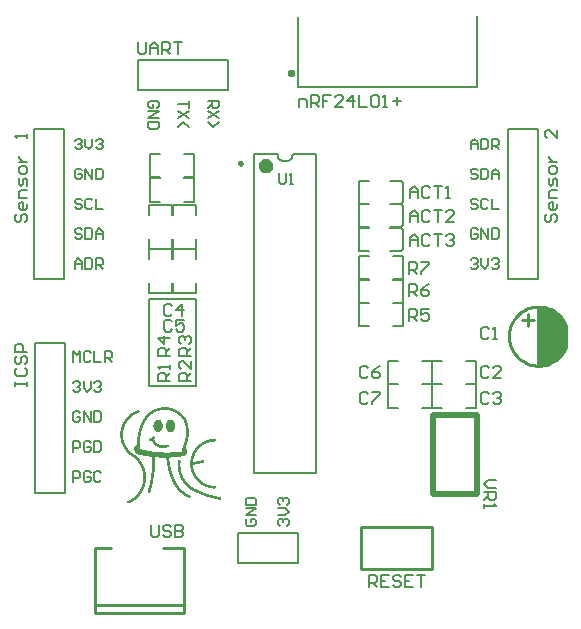
<source format=gto>
%FSTAX23Y23*%
%MOMM*%
%SFA1B1*%

%IPPOS*%
%ADD17C,0.254000*%
%ADD27C,0.599948*%
%ADD28C,0.249936*%
%ADD29C,0.199898*%
%ADD30C,0.203200*%
%ADD31C,0.177800*%
%ADD32C,0.500126*%
%ADD33C,0.381000*%
%LNpcb-1*%
%LPD*%
G36*
X14796Y16912D02*
X14869D01*
Y16907*
X14937*
Y16901*
X14998*
Y16895*
X15027*
Y1689*
X15055*
Y16884*
X15088*
Y16879*
X15117*
Y16873*
X1515*
Y16867*
X15184*
Y16862*
X15206*
Y16856*
X15223*
Y1685*
X15246*
Y16845*
X15263*
Y16839*
X1528*
Y16834*
X15302*
Y16828*
X15319*
Y16822*
X15341*
Y16817*
X15358*
Y16811*
X15381*
Y16805*
X15403*
Y168*
X15415*
Y16794*
X15431*
Y16789*
X15442*
Y16783*
X15454*
Y16777*
X15471*
Y16772*
X15482*
Y16766*
X15499*
Y1676*
X1551*
Y16755*
X15521*
Y16749*
X15538*
Y16744*
X15549*
Y16738*
X15566*
Y16732*
X15578*
Y16727*
X15594*
Y16721*
X15606*
Y16715*
X15617*
Y1671*
X15628*
Y16704*
X15639*
Y16699*
X1565*
Y16693*
X15662*
Y16688*
X15667*
Y16682*
X15679*
Y16676*
X1569*
Y16671*
X15701*
Y16665*
X15712*
Y16659*
X15724*
Y16654*
X15735*
Y16648*
X1574*
Y16642*
X15752*
Y16637*
X15763*
Y16631*
X15774*
Y16626*
X15785*
Y1662*
X15797*
Y16614*
X15808*
Y16609*
X15814*
Y16603*
X15819*
Y16597*
X1583*
Y16592*
X15836*
Y16586*
X15847*
Y16581*
X15853*
Y16575*
X15864*
Y16569*
X1587*
Y16564*
X15881*
Y16558*
X15887*
Y16552*
X15898*
Y16547*
X15903*
Y16541*
X15915*
Y16536*
X1592*
Y1653*
X15932*
Y16524*
X15937*
Y16519*
X15943*
Y16513*
X15954*
Y16507*
X15965*
Y16502*
X15971*
Y16496*
X15982*
Y16491*
X15988*
Y16485*
X15993*
Y1648*
X15999*
Y16474*
X16005*
Y16468*
X1601*
Y16463*
X16022*
Y16457*
X16027*
Y16451*
X16033*
Y16446*
X16038*
Y1644*
X16044*
Y16435*
X16055*
Y16429*
X16061*
Y16423*
X16067*
Y16418*
X16072*
Y16412*
X16078*
Y16406*
X16083*
Y16401*
X16094*
Y16395*
X161*
Y1639*
X16106*
Y16384*
X16111*
Y16378*
X16117*
Y16373*
X16128*
Y16367*
X16134*
Y16361*
X16139*
Y16356*
X16145*
Y1635*
X16151*
Y16345*
X16156*
Y16339*
X16162*
Y16333*
X16168*
Y16328*
X16173*
Y16322*
X16179*
Y16316*
X16184*
Y16311*
X1619*
Y16305*
X16196*
Y163*
X16201*
Y16294*
X16207*
Y16288*
X16213*
Y16283*
X16218*
Y16277*
X16224*
Y16272*
X16229*
Y16266*
X16235*
Y1626*
X16241*
Y16255*
X16246*
Y16249*
X16252*
Y16243*
X16258*
Y16232*
X16263*
Y16227*
X16269*
Y16221*
X16274*
Y16215*
X1628*
Y1621*
X16286*
Y16204*
X16291*
Y16198*
X16297*
Y16193*
X16302*
Y16187*
X16308*
Y16182*
X16314*
Y1617*
X16319*
Y16165*
X16325*
Y16159*
X16331*
Y16153*
X16336*
Y16142*
X16342*
Y16137*
X16347*
Y16131*
X16353*
Y1612*
X16359*
Y16114*
X16364*
Y16108*
X1637*
Y16103*
X16376*
Y16092*
X16381*
Y16086*
X16387*
Y1608*
X16392*
Y16069*
X16398*
Y16063*
X16404*
Y16058*
X16409*
Y16052*
X16415*
Y16041*
X16421*
Y16036*
X16426*
Y1603*
X16432*
Y16024*
X16437*
Y16013*
X16443*
Y16002*
X16449*
Y15996*
X16454*
Y15985*
X1646*
Y15974*
X16466*
Y15968*
X16471*
Y15957*
X16477*
Y15951*
X16482*
Y1594*
X16488*
Y15929*
X16493*
Y15923*
X16499*
Y15912*
X16505*
Y15906*
X16511*
Y15895*
X16516*
Y15884*
X16522*
Y15878*
X16527*
Y15867*
X16533*
Y15861*
X16538*
Y1585*
X16544*
Y15844*
X1655*
Y15833*
X16555*
Y15822*
X16561*
Y15799*
X16567*
Y15783*
X16572*
Y15766*
X16578*
Y15749*
X16583*
Y15732*
X16589*
Y15715*
X16595*
Y15698*
X166*
Y15681*
X16606*
Y15664*
X16612*
Y15648*
X16617*
Y15631*
X16623*
Y15619*
X16628*
Y15603*
X16634*
Y1558*
X1664*
Y15552*
X16645*
Y1553*
X16651*
Y15507*
X16657*
Y15485*
X16662*
Y15462*
X16668*
Y1544*
X16673*
Y15417*
X16679*
Y15395*
X16685*
Y15378*
X1669*
Y1535*
X16696*
Y15305*
X16702*
Y15271*
X16707*
Y15237*
X16713*
Y15204*
X16718*
Y15164*
X16724*
Y15136*
X1673*
Y15063*
X16735*
Y1499*
X16741*
Y14917*
X16746*
Y14625*
X16741*
Y14568*
X16735*
Y14507*
X1673*
Y14445*
X16724*
Y14389*
X16718*
Y14361*
X16713*
Y14327*
X16707*
Y14293*
X16702*
Y1426*
X16696*
Y14231*
X1669*
Y14198*
X16685*
Y14164*
X16679*
Y14141*
X16673*
Y14124*
X16668*
Y14102*
X16662*
Y14079*
X16657*
Y14057*
X16651*
Y14035*
X16645*
Y14012*
X1664*
Y1399*
X16634*
Y13973*
X16628*
Y13945*
X16623*
Y13928*
X16617*
Y13911*
X16612*
Y139*
X16606*
Y13883*
X166*
Y13866*
X16595*
Y13849*
X16589*
Y13832*
X16583*
Y13815*
X16578*
Y13799*
X16572*
Y13787*
X16567*
Y1377*
X16561*
Y13754*
X16555*
Y13737*
X1655*
Y1372*
X16544*
Y13703*
X16538*
Y13692*
X16533*
Y13675*
X16527*
Y13664*
X16522*
Y13653*
X16516*
Y13635*
X16511*
Y13624*
X16505*
Y13608*
X16499*
Y13596*
X16493*
Y13579*
X16488*
Y13568*
X16482*
Y13551*
X16477*
Y13534*
X16471*
Y13523*
X16466*
Y13495*
X16471*
Y13489*
X16477*
Y13484*
X16482*
Y13478*
X16488*
Y13473*
X16493*
Y13461*
X16499*
Y13456*
X16505*
Y1345*
X16511*
Y13439*
X16516*
Y13433*
X16522*
Y13428*
X16527*
Y13422*
X16533*
Y13411*
X16538*
Y13405*
X16544*
Y13394*
X1655*
Y13383*
X16555*
Y13371*
X16561*
Y13355*
X16567*
Y13343*
X16572*
Y13332*
X16578*
Y13315*
X16583*
Y13304*
X16589*
Y13287*
X16595*
Y13236*
X166*
Y13203*
X16606*
Y13158*
X166*
Y13119*
X16595*
Y13068*
X16589*
Y13051*
X16583*
Y1304*
X16578*
Y13029*
X16572*
Y13012*
X16567*
Y13*
X16561*
Y12984*
X16555*
Y12972*
X1655*
Y12961*
X16544*
Y1295*
X16538*
Y12944*
X16533*
Y12939*
X16527*
Y12927*
X16522*
Y12922*
X16516*
Y12916*
X16511*
Y12911*
X16505*
Y12899*
X16499*
Y12894*
X16493*
Y12882*
X16488*
Y12877*
X16482*
Y12871*
X16477*
Y12866*
X16471*
Y1286*
X16466*
Y12854*
X16454*
Y12849*
X16449*
Y12843*
X16443*
Y12837*
X16432*
Y12832*
X16426*
Y12826*
X16421*
Y12821*
X16409*
Y12815*
X16404*
Y12809*
X16398*
Y12804*
X16392*
Y12798*
X16381*
Y12792*
X1637*
Y12787*
X16353*
Y12781*
X16336*
Y12776*
X16325*
Y1277*
X16308*
Y12765*
X16297*
Y12759*
X16286*
Y12753*
X16252*
Y12748*
X16201*
Y12742*
X16162*
Y12736*
X16117*
Y12731*
X16078*
Y12725*
X16033*
Y1272*
X15993*
Y12714*
X15948*
Y12708*
X15909*
Y12703*
X15864*
Y12697*
X15825*
Y12691*
X15769*
Y12686*
X15701*
Y1268*
X15639*
Y12675*
X15572*
Y12669*
X15504*
Y12663*
X15437*
Y12658*
X1537*
Y12652*
X15274*
Y12646*
X15117*
Y12641*
X15077*
Y12624*
X15083*
Y1254*
X15088*
Y12472*
X15094*
Y12416*
X151*
Y12371*
X15105*
Y12326*
X15111*
Y12287*
X15117*
Y12242*
X15122*
Y12197*
X15128*
Y12163*
X15134*
Y12124*
X15139*
Y12095*
X15145*
Y12068*
X1515*
Y12034*
X15156*
Y12006*
X15162*
Y11978*
X15167*
Y11944*
X15173*
Y11916*
X15178*
Y11888*
X15184*
Y1186*
X1519*
Y11837*
X15195*
Y11815*
X15201*
Y11792*
X15206*
Y1177*
X15212*
Y11747*
X15218*
Y11725*
X15223*
Y11702*
X15229*
Y1168*
X15235*
Y11657*
X1524*
Y11635*
X15246*
Y11612*
X15251*
Y1159*
X15257*
Y11567*
X15263*
Y1155*
X15268*
Y11528*
X15274*
Y11511*
X1528*
Y11494*
X15285*
Y11472*
X15291*
Y11455*
X15296*
Y11438*
X15302*
Y11421*
X15308*
Y11404*
X15313*
Y11382*
X15319*
Y11365*
X15325*
Y11348*
X1533*
Y11331*
X15336*
Y11314*
X15341*
Y11297*
X15347*
Y11281*
X15353*
Y11264*
X15358*
Y11247*
X15364*
Y1123*
X1537*
Y11219*
X15375*
Y11202*
X15381*
Y11185*
X15386*
Y11174*
X15392*
Y11157*
X15398*
Y1114*
X15403*
Y11129*
X15409*
Y11112*
X15415*
Y11095*
X1542*
Y11084*
X15426*
Y11067*
X15431*
Y1105*
X15437*
Y11039*
X15442*
Y11022*
X15448*
Y11011*
X15454*
Y10994*
X15459*
Y10983*
X15465*
Y10966*
X15471*
Y10955*
X15476*
Y10943*
X15482*
Y10932*
X15487*
Y10915*
X15493*
Y10904*
X15499*
Y10893*
X15504*
Y10882*
X1551*
Y10865*
X15516*
Y10853*
X15521*
Y10842*
X15527*
Y10831*
X15533*
Y10814*
X15538*
Y10803*
X15544*
Y10792*
X15549*
Y10781*
X15555*
Y10764*
X15561*
Y10752*
X15566*
Y10741*
X15572*
Y1073*
X15578*
Y10719*
X15583*
Y10707*
X15589*
Y10691*
X15594*
Y10679*
X156*
Y10668*
X15606*
Y10657*
X15611*
Y10646*
X15617*
Y10634*
X15623*
Y10617*
X15628*
Y10606*
X15634*
Y10595*
X15639*
Y10584*
X15645*
Y10573*
X1565*
Y10561*
X15656*
Y1055*
X15662*
Y10539*
X15667*
Y10528*
X15673*
Y10516*
X15679*
Y10505*
X15684*
Y10494*
X1569*
Y10483*
X15695*
Y10477*
X15701*
Y10466*
X15707*
Y10454*
X15712*
Y10449*
X15718*
Y10438*
X15724*
Y10426*
X15729*
Y10415*
X15735*
Y10409*
X1574*
Y10398*
X15746*
Y10387*
X15752*
Y10376*
X15757*
Y1037*
X15763*
Y10359*
X15769*
Y10353*
X15774*
Y10342*
X1578*
Y10331*
X15785*
Y10325*
X15791*
Y1032*
X15797*
Y10308*
X15802*
Y10303*
X15808*
Y10292*
X15814*
Y10286*
X15819*
Y10275*
X15825*
Y10269*
X1583*
Y10263*
X15836*
Y10252*
X15842*
Y10247*
X15847*
Y10235*
X15853*
Y1023*
X15858*
Y10218*
X15864*
Y10213*
X1587*
Y10207*
X15875*
Y10196*
X15881*
Y1019*
X15887*
Y10185*
X15892*
Y10173*
X15898*
Y10168*
X15903*
Y10162*
X15909*
Y10156*
X15915*
Y10151*
X1592*
Y1014*
X15926*
Y10134*
X15932*
Y10129*
X15937*
Y10123*
X15943*
Y10117*
X15948*
Y10106*
X15954*
Y101*
X1596*
Y10095*
X15965*
Y10089*
X15971*
Y10084*
X15977*
Y10072*
X15982*
Y10067*
X15988*
Y10061*
X15993*
Y10055*
X15999*
Y1005*
X16005*
Y10039*
X1601*
Y10033*
X16016*
Y10027*
X16022*
Y10022*
X16027*
Y10016*
X16033*
Y1001*
X16038*
Y10005*
X16044*
Y09999*
X1605*
Y09994*
X16055*
Y09988*
X16061*
Y09982*
X16067*
Y09977*
X16072*
Y09971*
X16078*
Y09965*
X16083*
Y0996*
X16089*
Y09954*
X16094*
Y09949*
X161*
Y09943*
X16106*
Y09938*
X16111*
Y09932*
X16117*
Y09926*
X16123*
Y0992*
X16128*
Y09915*
X16134*
Y09909*
X16139*
Y09904*
X16145*
Y09898*
X16151*
Y09893*
X16156*
Y09887*
X16162*
Y09881*
X16168*
Y09876*
X16173*
Y0987*
X16184*
Y09864*
X1619*
Y09859*
X16196*
Y09853*
X16201*
Y09848*
X16207*
Y09842*
X16218*
Y09836*
X16224*
Y09831*
X16229*
Y09825*
X16235*
Y09819*
X16241*
Y09814*
X16246*
Y09808*
X16258*
Y09802*
X16263*
Y09797*
X16269*
Y09791*
X16274*
Y09786*
X1628*
Y0978*
X16286*
Y09774*
X16297*
Y09769*
X16302*
Y09763*
X16308*
Y09758*
X16319*
Y09752*
X16325*
Y09746*
X16331*
Y09741*
X16342*
Y09735*
X16347*
Y09729*
X16353*
Y09724*
X16364*
Y09718*
X1637*
Y09713*
X16381*
Y09707*
X16387*
Y09701*
X16392*
Y09696*
X16404*
Y0969*
X16409*
Y09685*
X16421*
Y09679*
X16426*
Y09673*
X16437*
Y09668*
X16443*
Y09662*
X16449*
Y09656*
X1646*
Y09651*
X16466*
Y09645*
X16477*
Y0964*
X16482*
Y09634*
X16493*
Y09628*
X16505*
Y09623*
X16511*
Y09617*
X16522*
Y09611*
X16533*
Y09606*
X16544*
Y096*
X1655*
Y09595*
X16561*
Y09589*
X16572*
Y09583*
X16578*
Y09578*
X16589*
Y09572*
X166*
Y09566*
X16606*
Y09561*
X16617*
Y09555*
X16628*
Y0955*
X1664*
Y09544*
X16651*
Y09538*
X16657*
Y09533*
X16668*
Y09527*
X16685*
Y09521*
X16696*
Y09516*
X16707*
Y0951*
X16718*
Y09505*
X1673*
Y09499*
X16741*
Y09494*
X16752*
Y09488*
X16763*
Y09482*
X16775*
Y09476*
X16786*
Y09471*
X16797*
Y09465*
X16808*
Y0946*
X1682*
Y09454*
X16831*
Y09448*
X16842*
Y09443*
X16848*
Y09437*
X16853*
Y09432*
X16859*
Y09426*
X16865*
Y0942*
X1687*
Y09415*
X16876*
Y09403*
X16881*
Y09392*
X16887*
Y09375*
X16893*
Y09325*
X16887*
Y09308*
X16881*
Y09291*
X16876*
Y09285*
X1687*
Y09274*
X16865*
Y09268*
X16859*
Y09263*
X16853*
Y09257*
X16842*
Y09252*
X16836*
Y09246*
X16825*
Y09241*
X16814*
Y09235*
X1678*
Y09229*
X16769*
Y09235*
X16741*
Y09241*
X16724*
Y09246*
X16713*
Y09252*
X16702*
Y09257*
X1669*
Y09263*
X16679*
Y09268*
X16668*
Y09274*
X16657*
Y0928*
X16645*
Y09285*
X16628*
Y09291*
X16617*
Y09297*
X16606*
Y09302*
X16595*
Y09308*
X16583*
Y09313*
X16572*
Y09319*
X16561*
Y09325*
X1655*
Y0933*
X16533*
Y09336*
X16527*
Y09342*
X16516*
Y09347*
X16505*
Y09353*
X16499*
Y09359*
X16488*
Y09364*
X16482*
Y0937*
X16471*
Y09375*
X1646*
Y09381*
X16449*
Y09387*
X16443*
Y09392*
X16432*
Y09398*
X16421*
Y09403*
X16415*
Y09409*
X16404*
Y09415*
X16392*
Y0942*
X16387*
Y09426*
X16376*
Y09432*
X16364*
Y09437*
X16353*
Y09443*
X16347*
Y09448*
X16336*
Y09454*
X16331*
Y0946*
X16319*
Y09465*
X16314*
Y09471*
X16308*
Y09476*
X16297*
Y09482*
X16291*
Y09488*
X1628*
Y09494*
X16274*
Y09499*
X16269*
Y09505*
X16258*
Y0951*
X16252*
Y09516*
X16241*
Y09521*
X16235*
Y09527*
X16229*
Y09533*
X16218*
Y09538*
X16213*
Y09544*
X16201*
Y0955*
X16196*
Y09555*
X1619*
Y09561*
X16179*
Y09566*
X16173*
Y09572*
X16162*
Y09578*
X16156*
Y09583*
X16151*
Y09589*
X16145*
Y09595*
X16139*
Y096*
X16128*
Y09606*
X16123*
Y09611*
X16117*
Y09617*
X16111*
Y09623*
X16106*
Y09628*
X161*
Y09634*
X16089*
Y0964*
X16083*
Y09645*
X16078*
Y09651*
X16072*
Y09656*
X16067*
Y09662*
X16061*
Y09668*
X1605*
Y09673*
X16044*
Y09679*
X16038*
Y09685*
X16033*
Y0969*
X16027*
Y09696*
X16016*
Y09701*
X1601*
Y09707*
X16005*
Y09713*
X15999*
Y09718*
X15993*
Y09724*
X15988*
Y09729*
X15982*
Y09735*
X15977*
Y09741*
X15971*
Y09746*
X15965*
Y09752*
X1596*
Y09758*
X15954*
Y09763*
X15948*
Y09769*
X15943*
Y09774*
X15937*
Y0978*
X15932*
Y09786*
X15926*
Y09791*
X1592*
Y09797*
X15915*
Y09802*
X15909*
Y09808*
X15903*
Y09814*
X15898*
Y09819*
X15892*
Y09825*
X15887*
Y09831*
X15881*
Y09836*
X15875*
Y09842*
X1587*
Y09848*
X15864*
Y09853*
X15858*
Y09859*
X15853*
Y09864*
X15847*
Y0987*
X15842*
Y09876*
X15836*
Y09881*
X1583*
Y09887*
X15825*
Y09898*
X15819*
Y09904*
X15814*
Y09909*
X15808*
Y09915*
X15802*
Y0992*
X15797*
Y09932*
X15791*
Y09938*
X15785*
Y09943*
X1578*
Y09949*
X15774*
Y09954*
X15769*
Y09965*
X15763*
Y09971*
X15757*
Y09977*
X15752*
Y09982*
X15746*
Y09988*
X1574*
Y09999*
X15735*
Y10005*
X15729*
Y1001*
X15724*
Y10016*
X15718*
Y10022*
X15712*
Y10027*
X15707*
Y10039*
X15701*
Y10044*
X15695*
Y1005*
X1569*
Y10061*
X15684*
Y10067*
X15679*
Y10078*
X15673*
Y10084*
X15667*
Y10095*
X15662*
Y101*
X15656*
Y10106*
X1565*
Y10117*
X15645*
Y10123*
X15639*
Y10134*
X15634*
Y1014*
X15628*
Y10151*
X15623*
Y10156*
X15617*
Y10168*
X15611*
Y10173*
X15606*
Y10179*
X156*
Y1019*
X15594*
Y10196*
X15589*
Y10207*
X15583*
Y10213*
X15578*
Y10218*
X15572*
Y1023*
X15566*
Y10241*
X15561*
Y10252*
X15555*
Y10258*
X15549*
Y10269*
X15544*
Y1028*
X15538*
Y10286*
X15533*
Y10297*
X15527*
Y10308*
X15521*
Y1032*
X15516*
Y10325*
X1551*
Y10337*
X15504*
Y10348*
X15499*
Y10359*
X15493*
Y10364*
X15487*
Y10376*
X15482*
Y10387*
X15476*
Y10393*
X15471*
Y10404*
X15465*
Y10415*
X15459*
Y10426*
X15454*
Y10438*
X15448*
Y10449*
X15442*
Y1046*
X15437*
Y10477*
X15431*
Y10488*
X15426*
Y10499*
X1542*
Y10511*
X15415*
Y10522*
X15409*
Y10533*
X15403*
Y10544*
X15398*
Y10556*
X15392*
Y10573*
X15386*
Y10584*
X15381*
Y10595*
X15375*
Y10606*
X1537*
Y10617*
X15364*
Y10629*
X15358*
Y10646*
X15353*
Y10657*
X15347*
Y10668*
X15341*
Y10679*
X15336*
Y10696*
X1533*
Y10707*
X15325*
Y10719*
X15319*
Y1073*
X15313*
Y10747*
X15308*
Y10758*
X15302*
Y10769*
X15296*
Y10781*
X15291*
Y10797*
X15285*
Y10808*
X1528*
Y1082*
X15274*
Y10831*
X15268*
Y10842*
X15263*
Y10859*
X15257*
Y1087*
X15251*
Y10882*
X15246*
Y10893*
X1524*
Y10904*
X15235*
Y10927*
X15229*
Y10938*
X15223*
Y10955*
X15218*
Y10972*
X15212*
Y10983*
X15206*
Y11*
X15201*
Y11016*
X15195*
Y11028*
X1519*
Y11045*
X15184*
Y11056*
X15178*
Y11073*
X15173*
Y1109*
X15167*
Y11101*
X15162*
Y11118*
X15156*
Y11135*
X1515*
Y11146*
X15145*
Y11163*
X15139*
Y11174*
X15134*
Y11191*
X15128*
Y11208*
X15122*
Y1123*
X15117*
Y11247*
X15111*
Y11264*
X15105*
Y11281*
X151*
Y11297*
X15094*
Y11314*
X15088*
Y11337*
X15083*
Y11354*
X15077*
Y11371*
X15072*
Y11387*
X15066*
Y11404*
X1506*
Y11427*
X15055*
Y11444*
X15049*
Y1146*
X15043*
Y11478*
X15038*
Y11494*
X15032*
Y11517*
X15027*
Y11539*
X15021*
Y11562*
X15015*
Y11584*
X1501*
Y11607*
X15004*
Y11629*
X14998*
Y11651*
X14993*
Y11674*
X14987*
Y11696*
X14982*
Y11719*
X14976*
Y11741*
X14971*
Y11764*
X14965*
Y11787*
X14959*
Y11809*
X14953*
Y11843*
X14948*
Y11871*
X14942*
Y11904*
X14937*
Y11933*
X14931*
Y11961*
X14926*
Y11989*
X1492*
Y12023*
X14914*
Y12051*
X14909*
Y12079*
X14903*
Y12107*
X14897*
Y12152*
X14892*
Y12197*
X14886*
Y12236*
X14881*
Y12281*
X14875*
Y12326*
X14869*
Y12365*
X14864*
Y1241*
X14858*
Y12472*
X14852*
Y12556*
X14847*
Y1263*
X14841*
Y12635*
X14538*
Y12641*
X14324*
Y12646*
X14234*
Y12652*
X14139*
Y12658*
X14043*
Y12663*
X13953*
Y12669*
X13886*
Y12675*
X13875*
Y12483*
X1388*
Y12214*
X13875*
Y11966*
X13869*
Y11854*
X13863*
Y11775*
X13858*
Y11696*
X13852*
Y11624*
X13846*
Y11545*
X13841*
Y11455*
X13835*
Y11421*
X1383*
Y11376*
X13824*
Y11331*
X13818*
Y11286*
X13813*
Y11241*
X13807*
Y11196*
X13801*
Y11146*
X13796*
Y11101*
X1379*
Y11056*
X13785*
Y11005*
X13779*
Y10983*
X13773*
Y10949*
X13768*
Y10915*
X13762*
Y10887*
X13756*
Y10853*
X13751*
Y1082*
X13745*
Y10792*
X1374*
Y10758*
X13734*
Y10724*
X13728*
Y10691*
X13723*
Y10662*
X13717*
Y10629*
X13711*
Y10595*
X13706*
Y10561*
X137*
Y10544*
X13695*
Y10516*
X13689*
Y10494*
X13683*
Y10466*
X13678*
Y10443*
X13672*
Y10421*
X13666*
Y10393*
X13661*
Y1037*
X13655*
Y10342*
X1365*
Y1032*
X13644*
Y10297*
X13639*
Y10269*
X13633*
Y10247*
X13627*
Y10218*
X13622*
Y10196*
X13616*
Y10173*
X1361*
Y1014*
X13605*
Y10123*
X13599*
Y10106*
X13594*
Y10084*
X13588*
Y10067*
X13582*
Y10044*
X13577*
Y10027*
X13571*
Y10005*
X13565*
Y09982*
X1356*
Y09965*
X13554*
Y09943*
X13549*
Y09926*
X13543*
Y09904*
X13537*
Y09887*
X13532*
Y09864*
X13526*
Y09848*
X1352*
Y09825*
X13515*
Y09802*
X13509*
Y09786*
X13504*
Y09763*
X13498*
Y09746*
X13492*
Y09724*
X13487*
Y09707*
X13481*
Y0969*
X13475*
Y09679*
X1347*
Y09673*
X13464*
Y09662*
X13459*
Y09656*
X13453*
Y09651*
X13442*
Y09645*
X13436*
Y0964*
X13425*
Y09634*
X13413*
Y09628*
X13397*
Y09623*
X13352*
Y09628*
X13329*
Y09634*
X13318*
Y0964*
X13307*
Y09645*
X13301*
Y09651*
X13296*
Y09656*
X1329*
Y09662*
X13284*
Y09668*
X13279*
Y09673*
X13273*
Y09685*
X13267*
Y09696*
X13262*
Y09707*
X13256*
Y09774*
X13262*
Y09791*
X13267*
Y09814*
X13273*
Y09831*
X13279*
Y09853*
X13284*
Y0987*
X1329*
Y09893*
X13296*
Y09915*
X13301*
Y09932*
X13307*
Y09954*
X13312*
Y09971*
X13318*
Y09994*
X13324*
Y1001*
X13329*
Y10033*
X13335*
Y1005*
X13341*
Y10072*
X13346*
Y10095*
X13352*
Y10112*
X13357*
Y10134*
X13363*
Y10151*
X13369*
Y10173*
X13374*
Y10196*
X1338*
Y10218*
X13386*
Y10241*
X13391*
Y10263*
X13397*
Y10292*
X13402*
Y10314*
X13408*
Y10342*
X13413*
Y10364*
X13419*
Y10387*
X13425*
Y10415*
X13431*
Y10438*
X13436*
Y10466*
X13442*
Y10488*
X13447*
Y10511*
X13453*
Y10539*
X13459*
Y10561*
X13464*
Y10589*
X1347*
Y10617*
X13475*
Y1064*
X13481*
Y10674*
X13487*
Y10707*
X13492*
Y10736*
X13498*
Y10769*
X13504*
Y10803*
X13509*
Y10831*
X13515*
Y10865*
X1352*
Y10898*
X13526*
Y10932*
X13532*
Y1096*
X13537*
Y10994*
X13543*
Y11028*
X13549*
Y11067*
X13554*
Y11106*
X1356*
Y11151*
X13565*
Y11196*
X13571*
Y11241*
X13577*
Y11286*
X13582*
Y11331*
X13588*
Y11376*
X13594*
Y11421*
X13599*
Y11472*
X13605*
Y11534*
X1361*
Y11612*
X13616*
Y11685*
X13622*
Y11764*
X13627*
Y11843*
X13633*
Y11933*
X13639*
Y12157*
X13644*
Y12528*
X13639*
Y12697*
X13627*
Y12703*
X13577*
Y12708*
X1352*
Y12714*
X13459*
Y1272*
X13425*
Y12725*
X13391*
Y12731*
X13357*
Y12736*
X13324*
Y12742*
X13284*
Y12748*
X13251*
Y12753*
X13217*
Y12759*
X13178*
Y12765*
X13144*
Y1277*
X13105*
Y12776*
X13071*
Y12781*
X13037*
Y12787*
X12992*
Y12792*
X1297*
Y12798*
X12942*
Y12804*
X12913*
Y12809*
X12885*
Y12815*
X12863*
Y12821*
X12835*
Y12826*
X12807*
Y12832*
X12778*
Y12837*
X1275*
Y12843*
X12722*
Y12849*
X127*
Y12854*
X12672*
Y1286*
X12644*
Y12866*
X12616*
Y12871*
X12587*
Y12877*
X12559*
Y12882*
X12531*
Y12888*
X12509*
Y12894*
X12481*
Y12899*
X12447*
Y12905*
X12424*
Y12911*
X12413*
Y12916*
X12402*
Y12922*
X12391*
Y12927*
X12379*
Y12933*
X12368*
Y12939*
X12357*
Y12944*
X12346*
Y1295*
X12335*
Y12956*
X12323*
Y12961*
X12318*
Y12967*
X12306*
Y12972*
X12301*
Y12978*
X12295*
Y12984*
X1229*
Y12989*
X12284*
Y12995*
X12278*
Y13*
X12273*
Y13006*
X12262*
Y13012*
X12256*
Y13017*
X1225*
Y13023*
X12245*
Y13029*
X12239*
Y13034*
X12233*
Y1304*
X12228*
Y13045*
X12222*
Y13051*
X12216*
Y13062*
X12211*
Y13068*
X12205*
Y13079*
X122*
Y13085*
X12194*
Y13096*
X12188*
Y13102*
X12183*
Y13107*
X12177*
Y13119*
X12171*
Y13124*
X12166*
Y13135*
X1216*
Y13147*
X12155*
Y13164*
X12149*
Y1318*
X12143*
Y13197*
X12138*
Y13209*
X12132*
Y1322*
X12126*
Y13236*
X12121*
Y13281*
X12115*
Y13332*
X1211*
Y13388*
X12115*
Y13422*
X12121*
Y13467*
X12126*
Y13489*
X12132*
Y13501*
X12138*
Y13512*
X12143*
Y13523*
X12149*
Y1354*
X12155*
Y13551*
X1216*
Y13568*
X12166*
Y13579*
X12171*
Y13591*
X12177*
Y13596*
X12183*
Y13608*
X12188*
Y13613*
X12194*
Y13619*
X122*
Y13624*
X12205*
Y13635*
X12211*
Y13641*
X12216*
Y13647*
X12222*
Y13658*
X12228*
Y13664*
X12233*
Y13675*
X12239*
Y1368*
X12245*
Y13686*
X1225*
Y13692*
X12262*
Y13697*
X12267*
Y13703*
X12273*
Y13709*
X12284*
Y13714*
X1229*
Y1372*
X12295*
Y13725*
X12301*
Y13731*
X12312*
Y13737*
X12318*
Y13742*
X12323*
Y13748*
X12329*
Y13754*
X1234*
Y13759*
X12352*
Y13765*
X12363*
Y13799*
X12357*
Y1386*
X12363*
Y13995*
X12368*
Y1413*
X12374*
Y14175*
X12379*
Y14231*
X12385*
Y14282*
X12391*
Y14338*
X12396*
Y144*
X12402*
Y14422*
X12408*
Y14456*
X12413*
Y1449*
X12419*
Y14523*
X12424*
Y14552*
X1243*
Y14585*
X12436*
Y14619*
X12441*
Y14653*
X12447*
Y14687*
X12453*
Y14703*
X12458*
Y14726*
X12464*
Y14748*
X12469*
Y14771*
X12475*
Y14793*
X12481*
Y14821*
X12486*
Y14844*
X12492*
Y14866*
X12498*
Y14889*
X12503*
Y14911*
X12509*
Y1494*
X12514*
Y14956*
X1252*
Y14973*
X12526*
Y1499*
X12531*
Y15007*
X12537*
Y15029*
X12543*
Y15046*
X12548*
Y15063*
X12554*
Y1508*
X12559*
Y15097*
X12565*
Y15114*
X1257*
Y15136*
X12576*
Y15153*
X12582*
Y1517*
X12587*
Y15187*
X12593*
Y15209*
X12599*
Y15226*
X12604*
Y15237*
X1261*
Y15249*
X12616*
Y15265*
X12621*
Y15282*
X12627*
Y15294*
X12632*
Y1531*
X12638*
Y15322*
X12644*
Y15339*
X12649*
Y1535*
X12655*
Y15367*
X12661*
Y15378*
X12666*
Y15395*
X12672*
Y15412*
X12677*
Y15423*
X12683*
Y1544*
X12689*
Y15451*
X12694*
Y15468*
X127*
Y15485*
X12706*
Y15496*
X12711*
Y15507*
X12717*
Y15518*
X12722*
Y1553*
X12728*
Y15541*
X12734*
Y15552*
X12739*
Y15563*
X12745*
Y15575*
X1275*
Y15592*
X12756*
Y15603*
X12762*
Y15614*
X12767*
Y15625*
X12773*
Y15637*
X12778*
Y15648*
X12784*
Y15659*
X1279*
Y1567*
X12796*
Y15687*
X12801*
Y15698*
X12807*
Y15709*
X12812*
Y15721*
X12818*
Y15738*
X12823*
Y15749*
X12829*
Y15754*
X12835*
Y15766*
X1284*
Y15777*
X12846*
Y15783*
X12852*
Y15794*
X12857*
Y15805*
X12863*
Y15816*
X12868*
Y15828*
X12874*
Y15833*
X1288*
Y15844*
X12885*
Y15856*
X12891*
Y15867*
X12897*
Y15878*
X12902*
Y15884*
X12908*
Y15895*
X12913*
Y15906*
X12919*
Y15917*
X12925*
Y15929*
X1293*
Y15934*
X12936*
Y15946*
X12942*
Y15951*
X12947*
Y15957*
X12953*
Y15968*
X12958*
Y15974*
X12964*
Y15985*
X1297*
Y15991*
X12975*
Y16002*
X12981*
Y16007*
X12987*
Y16013*
X12992*
Y16024*
X12998*
Y1603*
X13003*
Y16041*
X13009*
Y16047*
X13014*
Y16058*
X1302*
Y16063*
X13026*
Y16069*
X13031*
Y1608*
X13037*
Y16086*
X13043*
Y16097*
X13048*
Y16103*
X13054*
Y16114*
X13059*
Y1612*
X13065*
Y16125*
X13071*
Y16131*
X13076*
Y16137*
X13082*
Y16142*
X13088*
Y16148*
X13093*
Y16159*
X13099*
Y16165*
X13105*
Y1617*
X1311*
Y16176*
X13116*
Y16182*
X13121*
Y16187*
X13127*
Y16193*
X13133*
Y16204*
X13138*
Y1621*
X13144*
Y16215*
X1315*
Y16221*
X13155*
Y16227*
X13161*
Y16232*
X13166*
Y16243*
X13172*
Y16249*
X13178*
Y16255*
X13183*
Y1626*
X13189*
Y16266*
X13195*
Y16272*
X132*
Y16277*
X13206*
Y16283*
X13211*
Y16288*
X13217*
Y16294*
X13222*
Y163*
X13228*
Y16305*
X13234*
Y16311*
X1324*
Y16316*
X13245*
Y16322*
X13251*
Y16328*
X13256*
Y16333*
X13262*
Y16339*
X13273*
Y16345*
X13279*
Y1635*
X13284*
Y16356*
X1329*
Y16361*
X13296*
Y16367*
X13301*
Y16373*
X13307*
Y16378*
X13312*
Y16384*
X13318*
Y1639*
X13324*
Y16395*
X13329*
Y16401*
X13335*
Y16406*
X13341*
Y16412*
X13346*
Y16418*
X13352*
Y16423*
X13357*
Y16429*
X13369*
Y16435*
X13374*
Y1644*
X13386*
Y16446*
X13391*
Y16451*
X13397*
Y16457*
X13408*
Y16463*
X13413*
Y16468*
X13419*
Y16474*
X13431*
Y1648*
X13436*
Y16485*
X13442*
Y16491*
X13453*
Y16496*
X13459*
Y16502*
X13464*
Y16507*
X1347*
Y16513*
X13481*
Y16519*
X13487*
Y16524*
X13492*
Y1653*
X13504*
Y16536*
X13509*
Y16541*
X13515*
Y16547*
X1352*
Y16552*
X13532*
Y16558*
X13537*
Y16564*
X13549*
Y16569*
X1356*
Y16575*
X13571*
Y16581*
X13577*
Y16586*
X13588*
Y16592*
X13599*
Y16597*
X13605*
Y16603*
X13616*
Y16609*
X13627*
Y16614*
X13633*
Y1662*
X13644*
Y16626*
X13655*
Y16631*
X13661*
Y16637*
X13672*
Y16642*
X13678*
Y16648*
X13689*
Y16654*
X137*
Y16659*
X13706*
Y16665*
X13717*
Y16671*
X13728*
Y16676*
X1374*
Y16682*
X13751*
Y16688*
X13768*
Y16693*
X13779*
Y16699*
X1379*
Y16704*
X13801*
Y1671*
X13813*
Y16715*
X13824*
Y16721*
X13835*
Y16727*
X13846*
Y16732*
X13858*
Y16738*
X13875*
Y16744*
X13886*
Y16749*
X13897*
Y16755*
X13908*
Y1676*
X13919*
Y16766*
X13936*
Y16772*
X13953*
Y16777*
X1397*
Y16783*
X13987*
Y16789*
X14004*
Y16794*
X14021*
Y168*
X14032*
Y16805*
X14049*
Y16811*
X14066*
Y16817*
X14083*
Y16822*
X14099*
Y16828*
X1411*
Y16834*
X14133*
Y16839*
X14161*
Y16845*
X14184*
Y1685*
X14206*
Y16856*
X14229*
Y16862*
X14251*
Y16867*
X14279*
Y16873*
X14302*
Y16879*
X14318*
Y16884*
X14358*
Y1689*
X14403*
Y16895*
X14448*
Y16901*
X14487*
Y16907*
X14527*
Y16912*
X14678*
Y16918*
X14796*
Y16912*
G37*
G36*
X18933Y14231D02*
X18955D01*
Y14226*
X18966*
Y1422*
X18978*
Y14214*
X18983*
Y14209*
X18989*
Y14203*
X18995*
Y14198*
X19*
Y14192*
X19006*
Y14186*
X19011*
Y14175*
X19017*
Y14164*
X19023*
Y14147*
X19028*
Y14091*
X19023*
Y14074*
X19017*
Y14063*
X19011*
Y14052*
X19006*
Y14046*
X19*
Y1404*
X18995*
Y14035*
X18989*
Y14029*
X18983*
Y14023*
X18978*
Y14018*
X18966*
Y14012*
X18955*
Y14007*
X18933*
Y14001*
X18877*
Y13995*
X18809*
Y1399*
X18742*
Y13984*
X18702*
Y13978*
X18669*
Y13973*
X18641*
Y13967*
X18612*
Y13962*
X18579*
Y13956*
X18551*
Y1395*
X18528*
Y13945*
X18506*
Y13939*
X18489*
Y13933*
X18466*
Y13928*
X1845*
Y13922*
X18433*
Y13917*
X1841*
Y13911*
X18393*
Y13905*
X18371*
Y139*
X18354*
Y13894*
X18343*
Y13888*
X18326*
Y13883*
X18309*
Y13877*
X18298*
Y13872*
X18286*
Y13866*
X1827*
Y1386*
X18258*
Y13855*
X18242*
Y13849*
X1823*
Y13844*
X18213*
Y13838*
X18202*
Y13832*
X18191*
Y13827*
X18174*
Y13821*
X18163*
Y13815*
X18152*
Y1381*
X1814*
Y13804*
X18135*
Y13799*
X18123*
Y13793*
X18112*
Y13787*
X18101*
Y13782*
X1809*
Y13776*
X18078*
Y1377*
X18067*
Y13765*
X18056*
Y13759*
X1805*
Y13754*
X18039*
Y13748*
X18028*
Y13742*
X18017*
Y13737*
X18006*
Y13731*
X18*
Y13725*
X17989*
Y1372*
X17983*
Y13714*
X17972*
Y13709*
X17966*
Y13703*
X17955*
Y13697*
X17949*
Y13692*
X17938*
Y13686*
X17932*
Y1368*
X17921*
Y13675*
X17915*
Y13669*
X17904*
Y13664*
X17899*
Y13658*
X17887*
Y13653*
X17882*
Y13647*
X17871*
Y13641*
X17865*
Y13635*
X17854*
Y1363*
X17848*
Y13624*
X17842*
Y13619*
X17831*
Y13613*
X17826*
Y13608*
X1782*
Y13602*
X17814*
Y13596*
X17809*
Y13591*
X17798*
Y13585*
X17792*
Y13579*
X17786*
Y13574*
X17781*
Y13568*
X17775*
Y13563*
X17764*
Y13557*
X17758*
Y13551*
X17753*
Y13546*
X17747*
Y1354*
X17741*
Y13534*
X1773*
Y13529*
X17724*
Y13523*
X17719*
Y13518*
X17713*
Y13512*
X17708*
Y13506*
X17702*
Y13501*
X17696*
Y13495*
X17691*
Y13489*
X17679*
Y13484*
X17674*
Y13473*
X17668*
Y13467*
X17663*
Y13461*
X17657*
Y13456*
X17651*
Y1345*
X17646*
Y13444*
X1764*
Y13439*
X17634*
Y13433*
X17629*
Y13428*
X17623*
Y13422*
X17618*
Y13416*
X17612*
Y13411*
X17606*
Y13405*
X17601*
Y134*
X17595*
Y13394*
X1759*
Y13388*
X17584*
Y13383*
X17578*
Y13377*
X17573*
Y13371*
X17567*
Y13366*
X17562*
Y1336*
X17556*
Y13349*
X1755*
Y13343*
X17545*
Y13338*
X17539*
Y13332*
X17533*
Y13321*
X17528*
Y13315*
X17522*
Y1331*
X17516*
Y13304*
X17511*
Y13293*
X17505*
Y13287*
X175*
Y13281*
X17494*
Y13276*
X17488*
Y13265*
X17483*
Y13259*
X17477*
Y13253*
X17471*
Y13248*
X17466*
Y13236*
X1746*
Y13231*
X17455*
Y13225*
X17449*
Y13214*
X17443*
Y13209*
X17438*
Y13197*
X17432*
Y13191*
X17426*
Y1318*
X17421*
Y13175*
X17415*
Y13164*
X1741*
Y13158*
X17404*
Y13147*
X17398*
Y13141*
X17393*
Y1313*
X17387*
Y13119*
X17381*
Y13113*
X17376*
Y13102*
X1737*
Y13096*
X17365*
Y13085*
X17359*
Y13074*
X17354*
Y13068*
X17348*
Y13057*
X17342*
Y13045*
X17337*
Y1304*
X17331*
Y13029*
X17325*
Y13017*
X1732*
Y13006*
X17314*
Y12995*
X17309*
Y12984*
X17303*
Y12972*
X17297*
Y12961*
X17292*
Y1295*
X17286*
Y12939*
X1728*
Y12927*
X17275*
Y12916*
X17269*
Y12905*
X17264*
Y12894*
X17258*
Y12877*
X17252*
Y12866*
X17247*
Y12854*
X17241*
Y12837*
X17235*
Y12826*
X1723*
Y12809*
X17224*
Y12792*
X17219*
Y12781*
X17213*
Y12765*
X17207*
Y12748*
X17202*
Y12736*
X17196*
Y1272*
X1719*
Y12703*
X17185*
Y12686*
X17179*
Y12663*
X17174*
Y12646*
X17168*
Y12624*
X17162*
Y12601*
X17157*
Y12579*
X17151*
Y12556*
X17146*
Y1254*
X1714*
Y12512*
X17134*
Y12483*
X17129*
Y1245*
X17123*
Y1241*
X17117*
Y12377*
X17112*
Y12343*
X17106*
Y12276*
X17101*
Y1227*
X17123*
Y12276*
X17151*
Y12281*
X17179*
Y12287*
X17207*
Y12292*
X17235*
Y12298*
X17264*
Y12304*
X17292*
Y12309*
X1732*
Y12315*
X17348*
Y12321*
X17376*
Y12326*
X17404*
Y12332*
X17432*
Y12337*
X1746*
Y12343*
X17488*
Y12348*
X17516*
Y12354*
X17545*
Y1236*
X17573*
Y12365*
X17601*
Y12371*
X17629*
Y12377*
X17657*
Y12382*
X17685*
Y12388*
X17713*
Y12393*
X17741*
Y12399*
X17769*
Y12405*
X17798*
Y1241*
X17826*
Y12416*
X17854*
Y12422*
X17882*
Y12427*
X1791*
Y12433*
X17938*
Y12438*
X17961*
Y12433*
X17989*
Y12427*
X18006*
Y12422*
X18011*
Y12416*
X18022*
Y1241*
X18028*
Y12405*
X18033*
Y12399*
X18039*
Y12393*
X18045*
Y12388*
X1805*
Y12377*
X18056*
Y12365*
X18062*
Y12348*
X18067*
Y12287*
X18062*
Y1227*
X18056*
Y12259*
X1805*
Y12253*
X18045*
Y12242*
X18039*
Y12236*
X18033*
Y1223*
X18028*
Y12225*
X18017*
Y12219*
X18011*
Y12214*
X18*
Y12208*
X17977*
Y12202*
X17955*
Y12197*
X17927*
Y12191*
X17899*
Y12185*
X17871*
Y1218*
X17842*
Y12174*
X17814*
Y12169*
X17786*
Y12163*
X17758*
Y12157*
X1773*
Y12152*
X17702*
Y12146*
X17674*
Y12141*
X17646*
Y12135*
X17618*
Y12129*
X1759*
Y12124*
X17562*
Y12118*
X17533*
Y12113*
X17505*
Y12107*
X17477*
Y12101*
X17449*
Y12095*
X17421*
Y1209*
X17393*
Y12084*
X17365*
Y12079*
X17337*
Y12073*
X17303*
Y12068*
X17275*
Y12062*
X17247*
Y12056*
X17219*
Y12051*
X1719*
Y12045*
X17162*
Y12039*
X17134*
Y12034*
X17106*
Y12028*
X17101*
Y11972*
X17106*
Y1191*
X17112*
Y11871*
X17117*
Y11837*
X17123*
Y11798*
X17129*
Y11764*
X17134*
Y11736*
X1714*
Y11713*
X17146*
Y11691*
X17151*
Y11669*
X17157*
Y11646*
X17162*
Y11629*
X17168*
Y11607*
X17174*
Y11584*
X17179*
Y11562*
X17185*
Y11545*
X1719*
Y11528*
X17196*
Y11517*
X17202*
Y115*
X17207*
Y11483*
X17213*
Y11472*
X17219*
Y11455*
X17224*
Y11438*
X1723*
Y11427*
X17235*
Y1141*
X17241*
Y11393*
X17247*
Y11382*
X17252*
Y11371*
X17258*
Y11359*
X17264*
Y11348*
X17269*
Y11337*
X17275*
Y11326*
X1728*
Y11314*
X17286*
Y11297*
X17292*
Y11286*
X17297*
Y11275*
X17303*
Y11264*
X17309*
Y11252*
X17314*
Y11241*
X1732*
Y1123*
X17325*
Y11219*
X17331*
Y11213*
X17337*
Y11202*
X17342*
Y11191*
X17348*
Y1118*
X17354*
Y11174*
X17359*
Y11163*
X17365*
Y11157*
X1737*
Y11146*
X17376*
Y11135*
X17381*
Y11129*
X17387*
Y11118*
X17393*
Y11112*
X17398*
Y11101*
X17404*
Y11095*
X1741*
Y11084*
X17415*
Y11073*
X17421*
Y11067*
X17426*
Y11056*
X17432*
Y1105*
X17438*
Y11039*
X17443*
Y11033*
X17449*
Y11028*
X17455*
Y11016*
X1746*
Y11011*
X17466*
Y11005*
X17471*
Y11*
X17477*
Y10988*
X17483*
Y10983*
X17488*
Y10977*
X17494*
Y10966*
X175*
Y1096*
X17505*
Y10955*
X17511*
Y10949*
X17516*
Y10938*
X17522*
Y10932*
X17528*
Y10927*
X17533*
Y10921*
X17539*
Y1091*
X17545*
Y10904*
X1755*
Y10898*
X17556*
Y10893*
X17562*
Y10887*
X17567*
Y10876*
X17573*
Y1087*
X17578*
Y10865*
X17584*
Y10859*
X1759*
Y10853*
X17595*
Y10848*
X17601*
Y10842*
X17606*
Y10837*
X17612*
Y10831*
X17618*
Y10825*
X17623*
Y1082*
X17629*
Y10814*
X17634*
Y10808*
X1764*
Y10803*
X17646*
Y10797*
X17651*
Y10792*
X17657*
Y10786*
X17663*
Y10781*
X17668*
Y10775*
X17674*
Y10769*
X17679*
Y10764*
X17685*
Y10758*
X17691*
Y10752*
X17696*
Y10747*
X17702*
Y10741*
X17708*
Y10736*
X17713*
Y1073*
X17719*
Y10724*
X1773*
Y10719*
X17736*
Y10713*
X17741*
Y10707*
X17747*
Y10702*
X17753*
Y10696*
X17764*
Y10691*
X17769*
Y10685*
X17775*
Y10679*
X17781*
Y10674*
X17786*
Y10668*
X17798*
Y10662*
X17803*
Y10657*
X17809*
Y10651*
X17814*
Y10646*
X1782*
Y1064*
X17831*
Y10634*
X17837*
Y10629*
X17842*
Y10623*
X17854*
Y10617*
X17859*
Y10612*
X17865*
Y10606*
X17876*
Y10601*
X17882*
Y10595*
X17893*
Y10589*
X17899*
Y10584*
X1791*
Y10578*
X17915*
Y10573*
X17927*
Y10567*
X17932*
Y10561*
X17944*
Y10556*
X17949*
Y1055*
X17961*
Y10544*
X17966*
Y10539*
X17977*
Y10533*
X17983*
Y10528*
X17994*
Y10522*
X18*
Y10516*
X18011*
Y10511*
X18022*
Y10505*
X18028*
Y10499*
X18039*
Y10494*
X1805*
Y10488*
X18062*
Y10483*
X18073*
Y10477*
X18084*
Y10471*
X18095*
Y10466*
X18101*
Y1046*
X18112*
Y10454*
X18123*
Y10449*
X18135*
Y10443*
X18146*
Y10438*
X18157*
Y10432*
X18168*
Y10426*
X1818*
Y10421*
X18191*
Y10415*
X18208*
Y10409*
X18219*
Y10404*
X18236*
Y10398*
X18247*
Y10393*
X18258*
Y10387*
X18275*
Y10381*
X18286*
Y10376*
X18303*
Y1037*
X18314*
Y10364*
X18331*
Y10359*
X18343*
Y10353*
X1836*
Y10348*
X18376*
Y10342*
X18399*
Y10337*
X18416*
Y10331*
X18438*
Y10325*
X18455*
Y1032*
X18472*
Y10314*
X18495*
Y10308*
X18511*
Y10303*
X18534*
Y10297*
X18556*
Y10292*
X1859*
Y10286*
X18618*
Y1028*
X18646*
Y10275*
X1868*
Y10269*
X18714*
Y10263*
X18759*
Y10258*
X18826*
Y10252*
X18894*
Y10247*
X18944*
Y10241*
X18961*
Y10235*
X18972*
Y1023*
X18978*
Y10224*
X18989*
Y10218*
X18995*
Y10213*
X19*
Y10207*
X19006*
Y10196*
X19011*
Y1019*
X19017*
Y10179*
X19023*
Y10162*
X19028*
Y101*
X19023*
Y10084*
X19017*
Y10072*
X19011*
Y10061*
X19006*
Y10055*
X19*
Y1005*
X18995*
Y10044*
X18989*
Y10039*
X18983*
Y10033*
X18972*
Y10027*
X18961*
Y10022*
X1895*
Y10016*
X18921*
Y1001*
X18905*
Y10016*
X18837*
Y10022*
X18764*
Y10027*
X18691*
Y10033*
X18663*
Y10039*
X18635*
Y10044*
X18607*
Y1005*
X18573*
Y10055*
X18545*
Y10061*
X18517*
Y10067*
X18477*
Y10072*
X18461*
Y10078*
X18444*
Y10084*
X18427*
Y10089*
X18405*
Y10095*
X18388*
Y101*
X18371*
Y10106*
X18348*
Y10112*
X18331*
Y10117*
X18309*
Y10123*
X18286*
Y10129*
X1827*
Y10134*
X18258*
Y1014*
X18247*
Y10145*
X1823*
Y10151*
X18219*
Y10156*
X18202*
Y10162*
X18191*
Y10168*
X18174*
Y10173*
X18163*
Y10179*
X18152*
Y10185*
X18135*
Y1019*
X18123*
Y10196*
X18107*
Y10202*
X18095*
Y10207*
X18078*
Y10213*
X18067*
Y10218*
X18056*
Y10224*
X18045*
Y1023*
X18039*
Y10235*
X18028*
Y10241*
X18017*
Y10247*
X18006*
Y10252*
X17994*
Y10258*
X17983*
Y10263*
X17972*
Y10269*
X17966*
Y10275*
X17955*
Y1028*
X17944*
Y10286*
X17932*
Y10292*
X17921*
Y10297*
X1791*
Y10303*
X17899*
Y10308*
X17887*
Y10314*
X17876*
Y1032*
X17871*
Y10325*
X17859*
Y10331*
X17854*
Y10337*
X17848*
Y10342*
X17837*
Y10348*
X17831*
Y10353*
X1782*
Y10359*
X17814*
Y10364*
X17803*
Y1037*
X17798*
Y10376*
X17786*
Y10381*
X17781*
Y10387*
X17769*
Y10393*
X17764*
Y10398*
X17753*
Y10404*
X17747*
Y10409*
X17741*
Y10415*
X1773*
Y10421*
X17719*
Y10426*
X17713*
Y10432*
X17702*
Y10438*
X17696*
Y10443*
X17691*
Y10449*
X17685*
Y10454*
X17679*
Y1046*
X17668*
Y10466*
X17663*
Y10471*
X17657*
Y10477*
X17651*
Y10483*
X17646*
Y10488*
X1764*
Y10494*
X17629*
Y10499*
X17623*
Y10505*
X17618*
Y10511*
X17612*
Y10516*
X17606*
Y10522*
X17595*
Y10528*
X1759*
Y10533*
X17584*
Y10539*
X17578*
Y10544*
X17573*
Y1055*
X17562*
Y10556*
X17556*
Y10561*
X1755*
Y10567*
X17545*
Y10573*
X17533*
Y10578*
X17528*
Y10584*
X17522*
Y10595*
X17516*
Y10601*
X17511*
Y10606*
X17505*
Y10612*
X175*
Y10617*
X17494*
Y10623*
X17488*
Y10629*
X17483*
Y10634*
X17477*
Y1064*
X17471*
Y10646*
X17466*
Y10651*
X1746*
Y10657*
X17455*
Y10662*
X17449*
Y10668*
X17443*
Y10674*
X17438*
Y10679*
X17432*
Y10685*
X17426*
Y10691*
X17421*
Y10696*
X17415*
Y10702*
X1741*
Y10707*
X17404*
Y10713*
X17398*
Y10719*
X17393*
Y10724*
X17387*
Y1073*
X17381*
Y10736*
X17376*
Y10747*
X1737*
Y10752*
X17365*
Y10758*
X17359*
Y10769*
X17354*
Y10775*
X17348*
Y10781*
X17342*
Y10786*
X17337*
Y10797*
X17331*
Y10803*
X17325*
Y10808*
X1732*
Y1082*
X17314*
Y10825*
X17309*
Y10831*
X17303*
Y10837*
X17297*
Y10848*
X17292*
Y10853*
X17286*
Y10859*
X1728*
Y10865*
X17275*
Y10876*
X17269*
Y10882*
X17264*
Y10887*
X17258*
Y10893*
X17252*
Y10904*
X17247*
Y1091*
X17241*
Y10921*
X17235*
Y10927*
X1723*
Y10938*
X17224*
Y10949*
X17219*
Y10955*
X17213*
Y10966*
X17207*
Y10972*
X17202*
Y10983*
X17196*
Y10994*
X1719*
Y11*
X17185*
Y11011*
X17179*
Y11016*
X17174*
Y11028*
X17168*
Y11033*
X17162*
Y11045*
X17157*
Y11056*
X17151*
Y11061*
X17146*
Y11073*
X1714*
Y11078*
X17134*
Y1109*
X17129*
Y11101*
X17123*
Y11112*
X17117*
Y11123*
X17112*
Y11135*
X17106*
Y11146*
X17101*
Y11157*
X17095*
Y11168*
X17089*
Y1118*
X17084*
Y11191*
X17078*
Y11202*
X17072*
Y11213*
X17067*
Y11225*
X17061*
Y11236*
X17056*
Y11247*
X1705*
Y11258*
X17044*
Y11269*
X17039*
Y11281*
X17033*
Y11292*
X17027*
Y11314*
X17022*
Y11326*
X17016*
Y11342*
X17011*
Y11354*
X17005*
Y11371*
X16999*
Y11387*
X16994*
Y11399*
X16988*
Y11416*
X16982*
Y11432*
X16977*
Y11444*
X16971*
Y1146*
X16966*
Y11472*
X1696*
Y11489*
X16955*
Y11517*
X16949*
Y11539*
X16943*
Y11556*
X16937*
Y11579*
X16932*
Y11601*
X16926*
Y11624*
X16921*
Y11646*
X16915*
Y11663*
X1691*
Y11685*
X16904*
Y11713*
X16898*
Y11753*
X16893*
Y11792*
X16887*
Y11826*
X16881*
Y11865*
X16876*
Y11893*
X1687*
Y11994*
X16865*
Y12095*
X16859*
Y12152*
X16865*
Y12259*
X1687*
Y12354*
X16876*
Y12388*
X16881*
Y12422*
X16887*
Y12455*
X16893*
Y12495*
X16898*
Y12534*
X16904*
Y12568*
X1691*
Y12584*
X16915*
Y12607*
X16921*
Y12624*
X16926*
Y12646*
X16932*
Y12669*
X16937*
Y12691*
X16943*
Y12714*
X16949*
Y12731*
X16955*
Y12759*
X1696*
Y12776*
X16966*
Y12787*
X16971*
Y12804*
X16977*
Y12815*
X16982*
Y12832*
X16988*
Y12849*
X16994*
Y1286*
X16999*
Y12877*
X17005*
Y12894*
X17011*
Y12905*
X17016*
Y12922*
X17022*
Y12939*
X17027*
Y12956*
X17033*
Y12967*
X17039*
Y12978*
X17044*
Y12989*
X1705*
Y13*
X17056*
Y13012*
X17061*
Y13023*
X17067*
Y13034*
X17072*
Y13045*
X17078*
Y13057*
X17084*
Y13068*
X17089*
Y13079*
X17095*
Y1309*
X17101*
Y13102*
X17106*
Y13113*
X17112*
Y13124*
X17117*
Y13135*
X17123*
Y13152*
X17129*
Y13164*
X17134*
Y13169*
X1714*
Y1318*
X17146*
Y13186*
X17151*
Y13197*
X17157*
Y13203*
X17162*
Y13214*
X17168*
Y1322*
X17174*
Y13231*
X17179*
Y13242*
X17185*
Y13248*
X1719*
Y13259*
X17196*
Y13265*
X17202*
Y13276*
X17207*
Y13281*
X17213*
Y13293*
X17219*
Y13304*
X17224*
Y1331*
X1723*
Y13321*
X17235*
Y13332*
X17241*
Y13338*
X17247*
Y13349*
X17252*
Y13355*
X17258*
Y1336*
X17264*
Y13366*
X17269*
Y13377*
X17275*
Y13383*
X1728*
Y13388*
X17286*
Y13394*
X17292*
Y13405*
X17297*
Y13411*
X17303*
Y13416*
X17309*
Y13422*
X17314*
Y13433*
X1732*
Y13439*
X17325*
Y13444*
X17331*
Y13456*
X17337*
Y13461*
X17342*
Y13467*
X17348*
Y13473*
X17354*
Y13484*
X17359*
Y13489*
X17365*
Y13495*
X1737*
Y13506*
X17376*
Y13512*
X17381*
Y13518*
X17387*
Y13523*
X17393*
Y13529*
X17398*
Y13534*
X17404*
Y1354*
X1741*
Y13546*
X17415*
Y13551*
X17421*
Y13557*
X17426*
Y13563*
X17432*
Y13568*
X17438*
Y13574*
X17443*
Y13579*
X17449*
Y13585*
X17455*
Y13591*
X1746*
Y13596*
X17466*
Y13602*
X17471*
Y13608*
X17477*
Y13613*
X17483*
Y13619*
X17488*
Y13624*
X17494*
Y13635*
X175*
Y13641*
X17505*
Y13647*
X17511*
Y13653*
X17516*
Y13658*
X17522*
Y13664*
X17528*
Y13669*
X17533*
Y13675*
X17539*
Y1368*
X17545*
Y13686*
X17556*
Y13692*
X17562*
Y13697*
X17567*
Y13703*
X17573*
Y13709*
X17584*
Y13714*
X1759*
Y1372*
X17595*
Y13725*
X17601*
Y13731*
X17606*
Y13737*
X17618*
Y13742*
X17623*
Y13748*
X17629*
Y13754*
X17634*
Y13759*
X1764*
Y13765*
X17651*
Y1377*
X17657*
Y13776*
X17663*
Y13782*
X17668*
Y13787*
X17674*
Y13793*
X17679*
Y13799*
X17691*
Y13804*
X17696*
Y1381*
X17702*
Y13815*
X17708*
Y13821*
X17719*
Y13827*
X1773*
Y13832*
X17736*
Y13838*
X17747*
Y13844*
X17753*
Y13849*
X17764*
Y13855*
X17769*
Y1386*
X17775*
Y13866*
X17786*
Y13872*
X17792*
Y13877*
X17803*
Y13883*
X17809*
Y13888*
X1782*
Y13894*
X17826*
Y139*
X17837*
Y13905*
X17842*
Y13911*
X17854*
Y13917*
X17859*
Y13922*
X17865*
Y13928*
X17876*
Y13933*
X17887*
Y13939*
X17899*
Y13945*
X1791*
Y1395*
X17921*
Y13956*
X17927*
Y13962*
X17938*
Y13967*
X17949*
Y13973*
X17961*
Y13978*
X17972*
Y13984*
X17983*
Y1399*
X17994*
Y13995*
X18*
Y14001*
X18011*
Y14007*
X18022*
Y14012*
X18033*
Y14018*
X18045*
Y14023*
X18056*
Y14029*
X18062*
Y14035*
X18073*
Y1404*
X1809*
Y14046*
X18107*
Y14052*
X18118*
Y14057*
X18129*
Y14063*
X18146*
Y14068*
X18157*
Y14074*
X18174*
Y14079*
X18185*
Y14085*
X18202*
Y14091*
X18213*
Y14096*
X1823*
Y14102*
X18242*
Y14108*
X18253*
Y14113*
X18264*
Y14119*
X18281*
Y14124*
X18303*
Y1413*
X18326*
Y14136*
X18343*
Y14141*
X18365*
Y14147*
X18382*
Y14153*
X18399*
Y14158*
X18421*
Y14164*
X18438*
Y14169*
X18455*
Y14175*
X18472*
Y14181*
X185*
Y14186*
X18534*
Y14192*
X18567*
Y14198*
X18596*
Y14203*
X18624*
Y14209*
X18657*
Y14214*
X1868*
Y1422*
X18747*
Y14226*
X18815*
Y14231*
X18882*
Y14237*
X18933*
Y14231*
G37*
G36*
X15937Y12427D02*
X15965D01*
Y12422*
X15982*
Y12416*
X15993*
Y1241*
X15999*
Y12405*
X1601*
Y12399*
X16016*
Y12393*
X16022*
Y12382*
X16027*
Y12377*
X16033*
Y12365*
X16038*
Y12354*
X16044*
Y12337*
X1605*
Y12281*
X16044*
Y12202*
X16038*
Y12124*
X16033*
Y11927*
X16038*
Y11826*
X16044*
Y11775*
X1605*
Y11725*
X16055*
Y1168*
X16061*
Y1164*
X16067*
Y11612*
X16072*
Y11584*
X16078*
Y11556*
X16083*
Y11528*
X16089*
Y11505*
X16094*
Y11478*
X161*
Y11449*
X16106*
Y11432*
X16111*
Y1141*
X16117*
Y11393*
X16123*
Y11371*
X16128*
Y11354*
X16134*
Y11337*
X16139*
Y1132*
X16145*
Y11303*
X16151*
Y11281*
X16156*
Y11264*
X16162*
Y11247*
X16168*
Y1123*
X16173*
Y11213*
X16179*
Y11202*
X16184*
Y11185*
X1619*
Y11174*
X16196*
Y11163*
X16201*
Y11146*
X16207*
Y11135*
X16213*
Y11118*
X16218*
Y11106*
X16224*
Y11095*
X16229*
Y11078*
X16235*
Y11067*
X16241*
Y1105*
X16246*
Y11039*
X16252*
Y11028*
X16258*
Y11016*
X16263*
Y11005*
X16269*
Y10994*
X16274*
Y10983*
X1628*
Y10972*
X16286*
Y1096*
X16291*
Y10949*
X16297*
Y10938*
X16302*
Y10932*
X16308*
Y10921*
X16314*
Y1091*
X16319*
Y10898*
X16325*
Y10887*
X16331*
Y10876*
X16336*
Y10865*
X16342*
Y10853*
X16347*
Y10848*
X16353*
Y10837*
X16359*
Y10825*
X16364*
Y1082*
X1637*
Y10808*
X16376*
Y10797*
X16381*
Y10792*
X16387*
Y10781*
X16392*
Y10775*
X16398*
Y10764*
X16404*
Y10758*
X16409*
Y10747*
X16415*
Y10741*
X16421*
Y1073*
X16426*
Y10724*
X16432*
Y10713*
X16437*
Y10707*
X16443*
Y10696*
X16449*
Y10691*
X16454*
Y10679*
X1646*
Y10674*
X16466*
Y10662*
X16471*
Y10657*
X16477*
Y10646*
X16482*
Y1064*
X16488*
Y10634*
X16493*
Y10623*
X16499*
Y10617*
X16505*
Y10612*
X16511*
Y10606*
X16516*
Y10595*
X16522*
Y10589*
X16527*
Y10584*
X16533*
Y10578*
X16538*
Y10573*
X16544*
Y10561*
X1655*
Y10556*
X16555*
Y1055*
X16561*
Y10544*
X16567*
Y10533*
X16572*
Y10528*
X16578*
Y10522*
X16583*
Y10516*
X16589*
Y10505*
X16595*
Y10499*
X166*
Y10494*
X16606*
Y10488*
X16612*
Y10483*
X16617*
Y10471*
X16623*
Y10466*
X16628*
Y1046*
X16634*
Y10454*
X1664*
Y10449*
X16645*
Y10443*
X16651*
Y10438*
X16657*
Y10432*
X16662*
Y10426*
X16668*
Y10421*
X16673*
Y10415*
X16679*
Y10409*
X16685*
Y10404*
X1669*
Y10398*
X16696*
Y10393*
X16702*
Y10387*
X16707*
Y10381*
X16713*
Y10376*
X16718*
Y1037*
X16724*
Y10364*
X1673*
Y10359*
X16735*
Y10353*
X16741*
Y10348*
X16746*
Y10342*
X16752*
Y10337*
X16758*
Y10331*
X16763*
Y10325*
X16769*
Y1032*
X16775*
Y10314*
X1678*
Y10308*
X16786*
Y10303*
X16791*
Y10297*
X16797*
Y10292*
X16803*
Y10286*
X16814*
Y1028*
X1682*
Y10275*
X16825*
Y10269*
X16831*
Y10263*
X16836*
Y10258*
X16848*
Y10252*
X16853*
Y10247*
X16859*
Y10241*
X16865*
Y10235*
X1687*
Y1023*
X16876*
Y10224*
X16887*
Y10218*
X16893*
Y10213*
X16898*
Y10207*
X16904*
Y10202*
X1691*
Y10196*
X16915*
Y1019*
X16926*
Y10185*
X16932*
Y10179*
X16943*
Y10173*
X16955*
Y10168*
X16966*
Y10162*
X16971*
Y10156*
X16982*
Y10151*
X16994*
Y10145*
X17005*
Y1014*
X17016*
Y10134*
X17027*
Y10129*
X17039*
Y10123*
X17044*
Y10117*
X17056*
Y10112*
X17067*
Y10106*
X17078*
Y101*
X17089*
Y10095*
X17101*
Y10089*
X17112*
Y10084*
X17123*
Y10078*
X17129*
Y10072*
X1714*
Y10067*
X17151*
Y10061*
X17162*
Y10055*
X17174*
Y1005*
X17185*
Y10044*
X17196*
Y10039*
X17207*
Y10033*
X17213*
Y10027*
X17224*
Y10022*
X17235*
Y10016*
X17247*
Y1001*
X17258*
Y10005*
X17269*
Y09999*
X1728*
Y09994*
X17292*
Y09988*
X17303*
Y09982*
X17314*
Y09977*
X17331*
Y09971*
X17342*
Y09965*
X17354*
Y0996*
X17365*
Y09954*
X17376*
Y09949*
X17387*
Y09943*
X17398*
Y09938*
X1741*
Y09932*
X17426*
Y09926*
X17438*
Y0992*
X17449*
Y09915*
X1746*
Y09909*
X17471*
Y09904*
X17483*
Y09898*
X17494*
Y09893*
X17505*
Y09887*
X17516*
Y09881*
X17533*
Y09876*
X17545*
Y0987*
X17556*
Y09864*
X17567*
Y09859*
X17578*
Y09853*
X17595*
Y09848*
X17606*
Y09842*
X17618*
Y09836*
X17629*
Y09831*
X17646*
Y09825*
X17657*
Y09819*
X17674*
Y09814*
X17685*
Y09808*
X17696*
Y09802*
X17713*
Y09797*
X17724*
Y09791*
X17741*
Y09786*
X17753*
Y0978*
X17764*
Y09774*
X17781*
Y09769*
X17792*
Y09763*
X17809*
Y09758*
X1782*
Y09752*
X17837*
Y09746*
X17848*
Y09741*
X17859*
Y09735*
X17876*
Y09729*
X17887*
Y09724*
X17904*
Y09718*
X17915*
Y09713*
X17932*
Y09707*
X17944*
Y09701*
X17961*
Y09696*
X17972*
Y0969*
X17989*
Y09685*
X18006*
Y09679*
X18022*
Y09673*
X18039*
Y09668*
X18056*
Y09662*
X18067*
Y09656*
X18084*
Y09651*
X18101*
Y09645*
X18118*
Y0964*
X18135*
Y09634*
X18146*
Y09628*
X18163*
Y09623*
X1818*
Y09617*
X18197*
Y09611*
X18213*
Y09606*
X18225*
Y096*
X18242*
Y09595*
X18258*
Y09589*
X18275*
Y09583*
X18292*
Y09578*
X18309*
Y09572*
X18326*
Y09566*
X18343*
Y09561*
X18365*
Y09555*
X18382*
Y0955*
X18399*
Y09544*
X18421*
Y09538*
X18438*
Y09533*
X18455*
Y09527*
X18477*
Y09521*
X18495*
Y09516*
X18511*
Y0951*
X18534*
Y09505*
X18551*
Y09499*
X18567*
Y09494*
X1859*
Y09488*
X18607*
Y09482*
X18624*
Y09476*
X18646*
Y09471*
X18669*
Y09465*
X18686*
Y0946*
X18708*
Y09454*
X1873*
Y09448*
X18753*
Y09443*
X18775*
Y09437*
X18798*
Y09432*
X1882*
Y09426*
X18843*
Y0942*
X18865*
Y09415*
X18894*
Y09409*
X18916*
Y09403*
X18939*
Y09398*
X18961*
Y09392*
X18983*
Y09387*
X19006*
Y09381*
X19034*
Y09375*
X19056*
Y0937*
X19085*
Y09364*
X19113*
Y09359*
X19141*
Y09353*
X19169*
Y09347*
X19203*
Y09342*
X19231*
Y09336*
X19259*
Y0933*
X19287*
Y09325*
X19315*
Y09319*
X19343*
Y09313*
X19377*
Y09308*
X19405*
Y09302*
X19427*
Y09297*
X19439*
Y09291*
X1945*
Y09285*
X19455*
Y0928*
X19467*
Y09274*
X19472*
Y09268*
X19478*
Y09263*
X19484*
Y09252*
X19489*
Y09241*
X19495*
Y09229*
X195*
Y09212*
X19506*
Y09167*
X195*
Y09145*
X19495*
Y09134*
X19489*
Y09122*
X19484*
Y09117*
X19478*
Y09111*
X19472*
Y09106*
X19467*
Y091*
X19461*
Y09094*
X19455*
Y09089*
X19444*
Y09083*
X19433*
Y09077*
X19416*
Y09072*
X1936*
Y09077*
X19332*
Y09083*
X19298*
Y09089*
X1927*
Y09094*
X19242*
Y091*
X19214*
Y09106*
X19186*
Y09111*
X19158*
Y09117*
X19124*
Y09122*
X19096*
Y09128*
X19068*
Y09134*
X1904*
Y09139*
X19011*
Y09145*
X18978*
Y09151*
X18961*
Y09156*
X18939*
Y09162*
X18916*
Y09167*
X18888*
Y09173*
X18865*
Y09179*
X18843*
Y09184*
X1882*
Y0919*
X18798*
Y09196*
X18775*
Y09201*
X18753*
Y09207*
X1873*
Y09212*
X18708*
Y09218*
X18686*
Y09224*
X18663*
Y09229*
X18641*
Y09235*
X18612*
Y09241*
X18596*
Y09246*
X18579*
Y09252*
X18556*
Y09257*
X18539*
Y09263*
X18522*
Y09268*
X185*
Y09274*
X18483*
Y0928*
X18466*
Y09285*
X18444*
Y09291*
X18427*
Y09297*
X1841*
Y09302*
X18388*
Y09308*
X18371*
Y09313*
X18354*
Y09319*
X18331*
Y09325*
X18314*
Y0933*
X18298*
Y09336*
X18275*
Y09342*
X18258*
Y09347*
X18236*
Y09353*
X18219*
Y09359*
X18208*
Y09364*
X18191*
Y0937*
X18174*
Y09375*
X18157*
Y09381*
X18146*
Y09387*
X18129*
Y09392*
X18112*
Y09398*
X18095*
Y09403*
X18078*
Y09409*
X18062*
Y09415*
X1805*
Y0942*
X18033*
Y09426*
X18017*
Y09432*
X18*
Y09437*
X17983*
Y09443*
X17972*
Y09448*
X17955*
Y09454*
X17938*
Y0946*
X17921*
Y09465*
X17904*
Y09471*
X17893*
Y09476*
X17871*
Y09482*
X17859*
Y09488*
X17842*
Y09494*
X17831*
Y09499*
X1782*
Y09505*
X17803*
Y0951*
X17792*
Y09516*
X17775*
Y09521*
X17764*
Y09527*
X17753*
Y09533*
X17736*
Y09538*
X17724*
Y09544*
X17708*
Y0955*
X17696*
Y09555*
X17685*
Y09561*
X17668*
Y09566*
X17657*
Y09572*
X1764*
Y09578*
X17629*
Y09583*
X17612*
Y09589*
X17601*
Y09595*
X1759*
Y096*
X17573*
Y09606*
X17562*
Y09611*
X17545*
Y09617*
X17533*
Y09623*
X17516*
Y09628*
X17505*
Y09634*
X17488*
Y0964*
X17483*
Y09645*
X17471*
Y09651*
X17455*
Y09656*
X17443*
Y09662*
X17432*
Y09668*
X17421*
Y09673*
X1741*
Y09679*
X17398*
Y09685*
X17387*
Y0969*
X17376*
Y09696*
X17365*
Y09701*
X17348*
Y09707*
X17337*
Y09713*
X17325*
Y09718*
X17314*
Y09724*
X17303*
Y09729*
X17292*
Y09735*
X1728*
Y09741*
X17269*
Y09746*
X17258*
Y09752*
X17241*
Y09758*
X1723*
Y09763*
X17219*
Y09769*
X17207*
Y09774*
X17196*
Y0978*
X17185*
Y09786*
X17174*
Y09791*
X17157*
Y09797*
X17146*
Y09802*
X17134*
Y09808*
X17129*
Y09814*
X17117*
Y09819*
X17106*
Y09825*
X17095*
Y09831*
X17084*
Y09836*
X17072*
Y09842*
X17067*
Y09848*
X17056*
Y09853*
X17044*
Y09859*
X17033*
Y09864*
X17022*
Y0987*
X17011*
Y09876*
X16999*
Y09881*
X16988*
Y09887*
X16982*
Y09893*
X16971*
Y09898*
X1696*
Y09904*
X16949*
Y09909*
X16937*
Y09915*
X16926*
Y0992*
X16915*
Y09926*
X1691*
Y09932*
X16898*
Y09938*
X16887*
Y09943*
X16876*
Y09949*
X16865*
Y09954*
X16853*
Y0996*
X16842*
Y09965*
X16831*
Y09971*
X1682*
Y09977*
X16808*
Y09982*
X16803*
Y09988*
X16791*
Y09994*
X16786*
Y09999*
X1678*
Y10005*
X16775*
Y1001*
X16769*
Y10016*
X16758*
Y10022*
X16752*
Y10027*
X16746*
Y10033*
X16741*
Y10039*
X16735*
Y10044*
X1673*
Y1005*
X16718*
Y10055*
X16713*
Y10061*
X16707*
Y10067*
X16702*
Y10072*
X16696*
Y10078*
X16685*
Y10084*
X16679*
Y10089*
X16673*
Y10095*
X16668*
Y101*
X16662*
Y10106*
X16657*
Y10112*
X16645*
Y10117*
X1664*
Y10123*
X16634*
Y10129*
X16628*
Y10134*
X16623*
Y1014*
X16612*
Y10145*
X16606*
Y10151*
X166*
Y10156*
X16595*
Y10162*
X16589*
Y10168*
X16583*
Y10179*
X16578*
Y10185*
X16572*
Y1019*
X16567*
Y10196*
X16561*
Y10202*
X16555*
Y10207*
X1655*
Y10213*
X16544*
Y10218*
X16538*
Y10224*
X16533*
Y1023*
X16527*
Y10235*
X16522*
Y10241*
X16516*
Y10247*
X16511*
Y10252*
X16505*
Y10258*
X16499*
Y10263*
X16493*
Y10269*
X16488*
Y10275*
X16482*
Y1028*
X16477*
Y10286*
X16471*
Y10292*
X16466*
Y10297*
X1646*
Y10303*
X16454*
Y10308*
X16449*
Y10314*
X16443*
Y1032*
X16437*
Y10325*
X16432*
Y10337*
X16426*
Y10342*
X16421*
Y10348*
X16415*
Y10353*
X16409*
Y10364*
X16404*
Y1037*
X16398*
Y10376*
X16392*
Y10381*
X16387*
Y10393*
X16381*
Y10398*
X16376*
Y10404*
X1637*
Y10409*
X16364*
Y10421*
X16359*
Y10426*
X16353*
Y10432*
X16347*
Y10438*
X16342*
Y10449*
X16336*
Y10454*
X16331*
Y1046*
X16325*
Y10466*
X16319*
Y10477*
X16314*
Y10483*
X16308*
Y10488*
X16302*
Y10494*
X16297*
Y10499*
X16291*
Y10511*
X16286*
Y10516*
X1628*
Y10528*
X16274*
Y10533*
X16269*
Y10544*
X16263*
Y1055*
X16258*
Y10561*
X16252*
Y10567*
X16246*
Y10578*
X16241*
Y10584*
X16235*
Y10595*
X16229*
Y10606*
X16224*
Y10612*
X16218*
Y10623*
X16213*
Y10629*
X16207*
Y1064*
X16201*
Y10646*
X16196*
Y10657*
X1619*
Y10662*
X16184*
Y10674*
X16179*
Y10679*
X16173*
Y10691*
X16168*
Y10696*
X16162*
Y10702*
X16156*
Y10713*
X16151*
Y10724*
X16145*
Y10736*
X16139*
Y10747*
X16134*
Y10758*
X16128*
Y10769*
X16123*
Y10781*
X16117*
Y10792*
X16111*
Y10797*
X16106*
Y10808*
X161*
Y1082*
X16094*
Y10831*
X16089*
Y10842*
X16083*
Y10853*
X16078*
Y10865*
X16072*
Y10876*
X16067*
Y10882*
X16061*
Y10893*
X16055*
Y10904*
X1605*
Y10915*
X16044*
Y10927*
X16038*
Y10938*
X16033*
Y10955*
X16027*
Y10966*
X16022*
Y10983*
X16016*
Y10994*
X1601*
Y11011*
X16005*
Y11022*
X15999*
Y11033*
X15993*
Y1105*
X15988*
Y11061*
X15982*
Y11078*
X15977*
Y1109*
X15971*
Y11101*
X15965*
Y11118*
X1596*
Y11129*
X15954*
Y1114*
X15948*
Y11157*
X15943*
Y1118*
X15937*
Y11196*
X15932*
Y11213*
X15926*
Y11236*
X1592*
Y11252*
X15915*
Y11269*
X15909*
Y11286*
X15903*
Y11303*
X15898*
Y11326*
X15892*
Y11342*
X15887*
Y11359*
X15881*
Y11376*
X15875*
Y11404*
X1587*
Y11432*
X15864*
Y1146*
X15858*
Y11489*
X15853*
Y11511*
X15847*
Y11539*
X15842*
Y11567*
X15836*
Y1159*
X1583*
Y11618*
X15825*
Y1168*
X15819*
Y11725*
X15814*
Y11775*
X15808*
Y1182*
X15802*
Y11989*
X15797*
Y12118*
X15802*
Y12191*
X15808*
Y1227*
X15814*
Y12332*
X15819*
Y12354*
X15825*
Y12365*
X1583*
Y12377*
X15836*
Y12382*
X15842*
Y12393*
X15847*
Y12399*
X15853*
Y12405*
X15864*
Y1241*
X1587*
Y12416*
X15881*
Y12422*
X15898*
Y12427*
X15926*
Y12433*
X15937*
Y12427*
G37*
G36*
X46911Y25368D02*
X4727Y25256D01*
X4761Y25092*
X4792Y24879*
X48195Y24621*
X48429Y24325*
X48615Y23998*
X48683Y23822*
Y22027*
X48615Y21851*
X48429Y21524*
X48195Y21228*
X4792Y20971*
X4761Y20757*
X4727Y20593*
X46911Y20481*
X46538Y20424*
X46349*
Y25424*
X46538*
X46911Y25368*
G37*
G36*
X12492Y16665D02*
X12509D01*
Y16659*
X1252*
Y16654*
X12531*
Y16648*
X12537*
Y16642*
X12548*
Y16637*
X12554*
Y16626*
X12559*
Y1662*
X12565*
Y16614*
X1257*
Y16603*
X12576*
Y16586*
X12582*
Y16519*
X12576*
Y16507*
X1257*
Y16496*
X12565*
Y16485*
X12559*
Y1648*
X12554*
Y16474*
X12548*
Y16468*
X12543*
Y16463*
X12537*
Y16457*
X12531*
Y16451*
X1252*
Y16446*
X12509*
Y1644*
X12492*
Y16435*
X12481*
Y16429*
X12464*
Y16423*
X12453*
Y16418*
X12436*
Y16412*
X12424*
Y16406*
X12408*
Y16401*
X12396*
Y16395*
X12379*
Y1639*
X12368*
Y16384*
X12352*
Y16378*
X1234*
Y16373*
X12329*
Y16367*
X12318*
Y16361*
X12301*
Y16356*
X1229*
Y1635*
X12284*
Y16345*
X12273*
Y16339*
X12262*
Y16333*
X1225*
Y16328*
X12239*
Y16322*
X12228*
Y16316*
X12216*
Y16311*
X12205*
Y16305*
X12194*
Y163*
X12188*
Y16294*
X12177*
Y16288*
X12166*
Y16283*
X12155*
Y16277*
X12143*
Y16272*
X12138*
Y16266*
X12126*
Y1626*
X12115*
Y16255*
X1211*
Y16249*
X12099*
Y16243*
X12093*
Y16238*
X12082*
Y16232*
X12076*
Y16227*
X12065*
Y16221*
X12059*
Y16215*
X12048*
Y1621*
X12042*
Y16204*
X12031*
Y16198*
X12025*
Y16193*
X12014*
Y16187*
X12009*
Y16182*
X11997*
Y16176*
X11992*
Y1617*
X1198*
Y16165*
X11975*
Y16159*
X11969*
Y16153*
X11958*
Y16148*
X11952*
Y16142*
X11947*
Y16137*
X11941*
Y16131*
X11935*
Y16125*
X11924*
Y1612*
X11919*
Y16114*
X11913*
Y16108*
X11907*
Y16103*
X11896*
Y16097*
X11891*
Y16092*
X11885*
Y16086*
X11879*
Y1608*
X11874*
Y16075*
X11862*
Y16069*
X11857*
Y16063*
X11851*
Y16058*
X11846*
Y16052*
X1184*
Y16047*
X11829*
Y16041*
X11823*
Y16036*
X11817*
Y1603*
X11812*
Y16024*
X11806*
Y16019*
X11801*
Y16013*
X11795*
Y16007*
X11789*
Y16002*
X11784*
Y15996*
X11778*
Y15991*
X11772*
Y15985*
X11767*
Y15979*
X11761*
Y15974*
X11756*
Y15968*
X1175*
Y15962*
X11744*
Y15957*
X11739*
Y15951*
X11733*
Y15946*
X11727*
Y1594*
X11722*
Y15934*
X11716*
Y15929*
X11711*
Y15923*
X11705*
Y15917*
X117*
Y15912*
X11694*
Y15906*
X11688*
Y15901*
X11682*
Y15895*
X11677*
Y15884*
X11671*
Y15878*
X11666*
Y15872*
X1166*
Y15867*
X11655*
Y15861*
X11649*
Y1585*
X11643*
Y15844*
X11638*
Y15839*
X11632*
Y15833*
X11626*
Y15822*
X11621*
Y15816*
X11615*
Y15811*
X1161*
Y15805*
X11604*
Y15794*
X11598*
Y15788*
X11593*
Y15783*
X11587*
Y15777*
X11581*
Y15771*
X11576*
Y1576*
X1157*
Y15754*
X11565*
Y15749*
X11559*
Y15738*
X11553*
Y15732*
X11548*
Y15726*
X11542*
Y15715*
X11536*
Y15709*
X11531*
Y15698*
X11525*
Y15687*
X1152*
Y15681*
X11514*
Y1567*
X11508*
Y15664*
X11503*
Y15653*
X11497*
Y15648*
X11491*
Y15637*
X11486*
Y15631*
X1148*
Y15619*
X11475*
Y15614*
X11469*
Y15603*
X11463*
Y15597*
X11458*
Y15586*
X11452*
Y15575*
X11447*
Y15569*
X11441*
Y15558*
X11435*
Y15547*
X1143*
Y15535*
X11424*
Y15524*
X11418*
Y15513*
X11413*
Y15502*
X11407*
Y1549*
X11402*
Y15485*
X11396*
Y15473*
X1139*
Y15462*
X11385*
Y15451*
X11379*
Y1544*
X11373*
Y15428*
X11368*
Y15417*
X11362*
Y15406*
X11357*
Y15395*
X11351*
Y15378*
X11345*
Y15367*
X1134*
Y15355*
X11334*
Y15339*
X11328*
Y15322*
X11323*
Y1531*
X11317*
Y15294*
X11312*
Y15282*
X11306*
Y15265*
X113*
Y15254*
X11295*
Y15237*
X11289*
Y15226*
X11283*
Y15209*
X11278*
Y15193*
X11272*
Y1517*
X11267*
Y15153*
X11261*
Y15131*
X11256*
Y15114*
X1125*
Y15091*
X11244*
Y15074*
X11238*
Y15052*
X11233*
Y15029*
X11227*
Y15007*
X11222*
Y14979*
X11216*
Y14945*
X11211*
Y14917*
X11205*
Y14883*
X11199*
Y1485*
X11194*
Y1481*
X11188*
Y14743*
X11182*
Y14664*
X11177*
Y14501*
X11182*
Y14394*
X11188*
Y14349*
X11194*
Y1431*
X11199*
Y14265*
X11205*
Y14226*
X11211*
Y14198*
X11216*
Y14175*
X11222*
Y14153*
X11227*
Y14124*
X11233*
Y14102*
X11238*
Y14079*
X11244*
Y14052*
X1125*
Y14035*
X11256*
Y14012*
X11261*
Y13995*
X11267*
Y13978*
X11272*
Y13962*
X11278*
Y1395*
X11283*
Y13933*
X11289*
Y13917*
X11295*
Y139*
X113*
Y13883*
X11306*
Y13866*
X11312*
Y13849*
X11317*
Y13838*
X11323*
Y13821*
X11328*
Y1381*
X11334*
Y13799*
X1134*
Y13787*
X11345*
Y13776*
X11351*
Y13759*
X11357*
Y13748*
X11362*
Y13737*
X11368*
Y13725*
X11373*
Y13714*
X11379*
Y13703*
X11385*
Y13686*
X1139*
Y13675*
X11396*
Y13664*
X11402*
Y13658*
X11407*
Y13647*
X11413*
Y13635*
X11418*
Y13624*
X11424*
Y13613*
X1143*
Y13608*
X11435*
Y13596*
X11441*
Y13585*
X11447*
Y13579*
X11452*
Y13568*
X11458*
Y13557*
X11463*
Y13551*
X11469*
Y1354*
X11475*
Y13529*
X1148*
Y13523*
X11486*
Y13512*
X11491*
Y13501*
X11497*
Y13495*
X11503*
Y13484*
X11508*
Y13478*
X11514*
Y13467*
X1152*
Y13461*
X11525*
Y1345*
X11531*
Y13444*
X11536*
Y13439*
X11542*
Y13428*
X11548*
Y13422*
X11553*
Y13416*
X11559*
Y13405*
X11565*
Y134*
X1157*
Y13394*
X11576*
Y13383*
X11581*
Y13377*
X11587*
Y13371*
X11593*
Y1336*
X11598*
Y13355*
X11604*
Y13343*
X1161*
Y13338*
X11615*
Y13332*
X11621*
Y13326*
X11626*
Y13315*
X11632*
Y1331*
X11638*
Y13304*
X11643*
Y13298*
X11649*
Y13293*
X11655*
Y13287*
X1166*
Y13281*
X11666*
Y13276*
X11671*
Y1327*
X11677*
Y13259*
X11682*
Y13253*
X11688*
Y13248*
X11694*
Y13242*
X117*
Y13236*
X11705*
Y13231*
X11711*
Y13225*
X11716*
Y1322*
X11722*
Y13214*
X11727*
Y13203*
X11733*
Y13197*
X11739*
Y13191*
X11744*
Y13186*
X1175*
Y1318*
X11756*
Y13175*
X11761*
Y13169*
X11767*
Y13164*
X11772*
Y13158*
X11778*
Y13152*
X11789*
Y13147*
X11795*
Y13141*
X11801*
Y13135*
X11806*
Y1313*
X11812*
Y13124*
X11817*
Y13119*
X11823*
Y13113*
X11829*
Y13107*
X11834*
Y13102*
X11846*
Y13096*
X11851*
Y1309*
X11857*
Y13085*
X11862*
Y13079*
X11868*
Y13074*
X11874*
Y13068*
X11879*
Y13062*
X11885*
Y13057*
X11891*
Y13051*
X11902*
Y13045*
X11907*
Y1304*
X11919*
Y13034*
X11924*
Y13029*
X11935*
Y13023*
X11941*
Y13017*
X11952*
Y13012*
X11964*
Y13006*
X11969*
Y13*
X1198*
Y12995*
X11986*
Y12989*
X11997*
Y12984*
X12009*
Y12978*
X12014*
Y12972*
X12025*
Y12967*
X12037*
Y12961*
X12042*
Y12956*
X12054*
Y1295*
X12065*
Y12944*
X1207*
Y12939*
X12082*
Y12933*
X12087*
Y12927*
X12099*
Y12922*
X12104*
Y12916*
X1211*
Y12911*
X12115*
Y12905*
X12126*
Y12899*
X12132*
Y12894*
X12138*
Y12888*
X12149*
Y12882*
X12155*
Y12877*
X1216*
Y12871*
X12171*
Y12866*
X12177*
Y1286*
X12183*
Y12854*
X12194*
Y12849*
X122*
Y12843*
X12205*
Y12837*
X12216*
Y12832*
X12222*
Y12826*
X12228*
Y12821*
X12233*
Y12815*
X12245*
Y12809*
X1225*
Y12804*
X12262*
Y12798*
X12267*
Y12792*
X12273*
Y12787*
X12278*
Y12781*
X12284*
Y12776*
X1229*
Y1277*
X12295*
Y12765*
X12301*
Y12759*
X12306*
Y12753*
X12312*
Y12748*
X12323*
Y12742*
X12329*
Y12736*
X12335*
Y12731*
X1234*
Y12725*
X12346*
Y1272*
X12352*
Y12714*
X12357*
Y12708*
X12363*
Y12703*
X12368*
Y12697*
X12374*
Y12691*
X12379*
Y12686*
X12385*
Y1268*
X12396*
Y12675*
X12402*
Y12669*
X12408*
Y12663*
X12413*
Y12658*
X12419*
Y12652*
X12424*
Y12646*
X1243*
Y12641*
X12436*
Y12635*
X12441*
Y1263*
X12447*
Y12624*
X12453*
Y12618*
X12458*
Y12613*
X12464*
Y12607*
X12469*
Y12596*
X12475*
Y1259*
X12481*
Y12584*
X12486*
Y12579*
X12492*
Y12573*
X12498*
Y12568*
X12503*
Y12562*
X12509*
Y12556*
X12514*
Y12545*
X1252*
Y1254*
X12526*
Y12534*
X12531*
Y12528*
X12537*
Y12523*
X12543*
Y12517*
X12548*
Y12512*
X12554*
Y12506*
X12559*
Y12495*
X12565*
Y12489*
X1257*
Y12483*
X12576*
Y12478*
X12582*
Y12472*
X12587*
Y12467*
X12593*
Y12461*
X12599*
Y1245*
X12604*
Y12444*
X1261*
Y12433*
X12616*
Y12427*
X12621*
Y12422*
X12627*
Y1241*
X12632*
Y12405*
X12638*
Y12399*
X12644*
Y12388*
X12649*
Y12382*
X12655*
Y12377*
X12661*
Y12365*
X12666*
Y1236*
X12672*
Y12348*
X12677*
Y12343*
X12683*
Y12337*
X12689*
Y12326*
X12694*
Y12321*
X127*
Y12315*
X12706*
Y12304*
X12711*
Y12298*
X12717*
Y12292*
X12722*
Y12281*
X12728*
Y12276*
X12734*
Y12264*
X12739*
Y12253*
X12745*
Y12247*
X1275*
Y12236*
X12756*
Y12225*
X12762*
Y12214*
X12767*
Y12208*
X12773*
Y12197*
X12778*
Y12185*
X12784*
Y1218*
X1279*
Y12169*
X12796*
Y12157*
X12801*
Y12152*
X12807*
Y12141*
X12812*
Y12129*
X12818*
Y12124*
X12823*
Y12113*
X12829*
Y12101*
X12835*
Y12095*
X1284*
Y12084*
X12846*
Y12073*
X12852*
Y12062*
X12857*
Y12051*
X12863*
Y12039*
X12868*
Y12023*
X12874*
Y12011*
X1288*
Y12*
X12885*
Y11989*
X12891*
Y11978*
X12897*
Y11966*
X12902*
Y11955*
X12908*
Y11944*
X12913*
Y11927*
X12919*
Y11916*
X12925*
Y11904*
X1293*
Y11893*
X12936*
Y11882*
X12942*
Y11871*
X12947*
Y11854*
X12953*
Y11837*
X12958*
Y1182*
X12964*
Y11803*
X1297*
Y11792*
X12975*
Y11775*
X12981*
Y11758*
X12987*
Y11741*
X12992*
Y11725*
X12998*
Y11713*
X13003*
Y11696*
X13009*
Y1168*
X13014*
Y11669*
X1302*
Y11651*
X13026*
Y11624*
X13031*
Y11601*
X13037*
Y11579*
X13043*
Y11556*
X13048*
Y11534*
X13054*
Y11511*
X13059*
Y11489*
X13065*
Y11466*
X13071*
Y11449*
X13076*
Y11427*
X13082*
Y11382*
X13088*
Y11342*
X13093*
Y11309*
X13099*
Y11269*
X13105*
Y11236*
X1311*
Y11202*
X13116*
Y11078*
X13121*
Y10994*
X13127*
Y10955*
X13121*
Y10837*
X13116*
Y10724*
X1311*
Y10691*
X13105*
Y10651*
X13099*
Y10612*
X13093*
Y10567*
X13088*
Y10522*
X13082*
Y10494*
X13076*
Y10477*
X13071*
Y10454*
X13065*
Y10426*
X13059*
Y10404*
X13054*
Y10381*
X13048*
Y10359*
X13043*
Y10337*
X13037*
Y10308*
X13031*
Y10286*
X13026*
Y10269*
X1302*
Y10258*
X13014*
Y10241*
X13009*
Y10224*
X13003*
Y10207*
X12998*
Y1019*
X12992*
Y10173*
X12987*
Y10156*
X12981*
Y1014*
X12975*
Y10123*
X1297*
Y10106*
X12964*
Y10089*
X12958*
Y10072*
X12953*
Y10061*
X12947*
Y1005*
X12942*
Y10039*
X12936*
Y10027*
X1293*
Y1001*
X12925*
Y09999*
X12919*
Y09988*
X12913*
Y09977*
X12908*
Y09965*
X12902*
Y09949*
X12897*
Y09938*
X12891*
Y09926*
X12885*
Y09915*
X1288*
Y09904*
X12874*
Y09887*
X12868*
Y09876*
X12863*
Y09864*
X12857*
Y09853*
X12852*
Y09842*
X12846*
Y09836*
X1284*
Y09825*
X12835*
Y09814*
X12829*
Y09808*
X12823*
Y09797*
X12818*
Y09786*
X12812*
Y09774*
X12807*
Y09769*
X12801*
Y09758*
X12796*
Y09746*
X1279*
Y09735*
X12784*
Y09729*
X12778*
Y09718*
X12773*
Y09707*
X12767*
Y09696*
X12762*
Y0969*
X12756*
Y09679*
X1275*
Y09668*
X12745*
Y09656*
X12739*
Y09651*
X12734*
Y09645*
X12728*
Y09634*
X12722*
Y09628*
X12717*
Y09623*
X12711*
Y09611*
X12706*
Y09606*
X127*
Y09595*
X12694*
Y09589*
X12689*
Y09583*
X12683*
Y09572*
X12677*
Y09566*
X12672*
Y09555*
X12666*
Y0955*
X12661*
Y09544*
X12655*
Y09533*
X12649*
Y09527*
X12644*
Y09516*
X12638*
Y0951*
X12632*
Y09505*
X12627*
Y09494*
X12621*
Y09488*
X12616*
Y09476*
X1261*
Y09471*
X12604*
Y09465*
X12599*
Y0946*
X12593*
Y09454*
X12587*
Y09448*
X12582*
Y09437*
X12576*
Y09432*
X1257*
Y09426*
X12565*
Y0942*
X12559*
Y09415*
X12554*
Y09409*
X12548*
Y09403*
X12543*
Y09392*
X12537*
Y09387*
X12531*
Y09381*
X12526*
Y09375*
X1252*
Y0937*
X12514*
Y09364*
X12509*
Y09353*
X12503*
Y09347*
X12498*
Y09342*
X12492*
Y09336*
X12486*
Y0933*
X12481*
Y09325*
X12475*
Y09313*
X12469*
Y09308*
X12464*
Y09302*
X12458*
Y09297*
X12453*
Y09291*
X12447*
Y09285*
X12441*
Y0928*
X12436*
Y09274*
X1243*
Y09268*
X12419*
Y09263*
X12413*
Y09257*
X12408*
Y09252*
X12402*
Y09246*
X12396*
Y09241*
X12391*
Y09235*
X12385*
Y09229*
X12379*
Y09224*
X12374*
Y09218*
X12368*
Y09212*
X12363*
Y09207*
X12357*
Y09201*
X12352*
Y09196*
X12346*
Y0919*
X1234*
Y09184*
X12335*
Y09179*
X12329*
Y09173*
X12323*
Y09167*
X12318*
Y09162*
X12312*
Y09156*
X12306*
Y09151*
X12301*
Y09145*
X1229*
Y09139*
X12284*
Y09134*
X12278*
Y09128*
X12267*
Y09122*
X12262*
Y09117*
X12256*
Y09111*
X1225*
Y09106*
X12239*
Y091*
X12233*
Y09094*
X12228*
Y09089*
X12216*
Y09083*
X12211*
Y09077*
X12205*
Y09072*
X122*
Y09066*
X12188*
Y09061*
X12183*
Y09055*
X12177*
Y09049*
X12166*
Y09044*
X1216*
Y09038*
X12155*
Y09033*
X12149*
Y09027*
X12138*
Y09021*
X12132*
Y09016*
X12126*
Y0901*
X12121*
Y09004*
X1211*
Y08999*
X12104*
Y08993*
X12093*
Y08988*
X12082*
Y08982*
X12076*
Y08976*
X12065*
Y08971*
X12059*
Y08965*
X12048*
Y0896*
X12042*
Y08954*
X12031*
Y08948*
X1202*
Y08943*
X12014*
Y08937*
X12003*
Y08931*
X11997*
Y08926*
X11986*
Y0892*
X1198*
Y08914*
X11969*
Y08909*
X11958*
Y08903*
X11952*
Y08898*
X11941*
Y08892*
X11935*
Y08886*
X11924*
Y08881*
X11919*
Y08875*
X11907*
Y08869*
X11896*
Y08864*
X11885*
Y08858*
X11874*
Y08853*
X11862*
Y08847*
X11851*
Y08841*
X1184*
Y08836*
X11829*
Y0883*
X11817*
Y08824*
X11806*
Y08819*
X11795*
Y08813*
X11784*
Y08808*
X11772*
Y08802*
X11761*
Y08797*
X1175*
Y08791*
X11739*
Y08785*
X11727*
Y0878*
X11716*
Y08774*
X11705*
Y08768*
X11682*
Y08763*
X11643*
Y08768*
X11621*
Y08774*
X1161*
Y0878*
X11598*
Y08785*
X11593*
Y08791*
X11587*
Y08797*
X11581*
Y08802*
X11576*
Y08808*
X1157*
Y08813*
X11565*
Y08824*
X11559*
Y08836*
X11553*
Y08847*
X11548*
Y08914*
X11553*
Y08926*
X11559*
Y08937*
X11565*
Y08948*
X1157*
Y08954*
X11576*
Y0896*
X11581*
Y08965*
X11587*
Y08971*
X11593*
Y08976*
X11598*
Y08982*
X1161*
Y08988*
X11621*
Y08993*
X11632*
Y08999*
X11643*
Y09004*
X11655*
Y0901*
X11666*
Y09016*
X11677*
Y09021*
X11688*
Y09027*
X117*
Y09033*
X11711*
Y09038*
X11722*
Y09044*
X11727*
Y09049*
X11739*
Y09055*
X1175*
Y09061*
X11761*
Y09066*
X11772*
Y09072*
X11784*
Y09077*
X11795*
Y09083*
X11806*
Y09089*
X11817*
Y09094*
X11823*
Y091*
X11834*
Y09106*
X1184*
Y09111*
X11851*
Y09117*
X11857*
Y09122*
X11868*
Y09128*
X11879*
Y09134*
X11885*
Y09139*
X11896*
Y09145*
X11902*
Y09151*
X11913*
Y09156*
X11919*
Y09162*
X1193*
Y09167*
X11941*
Y09173*
X11947*
Y09179*
X11958*
Y09184*
X11964*
Y0919*
X11975*
Y09196*
X1198*
Y09201*
X11986*
Y09207*
X11997*
Y09212*
X12003*
Y09218*
X12009*
Y09224*
X1202*
Y09229*
X12025*
Y09235*
X12031*
Y09241*
X12037*
Y09246*
X12048*
Y09252*
X12054*
Y09257*
X12059*
Y09263*
X1207*
Y09268*
X12076*
Y09274*
X12082*
Y0928*
X12087*
Y09285*
X12099*
Y09291*
X12104*
Y09297*
X1211*
Y09302*
X12115*
Y09308*
X12126*
Y09313*
X12132*
Y09319*
X12138*
Y09325*
X12143*
Y0933*
X12149*
Y09336*
X12155*
Y09342*
X12166*
Y09347*
X12171*
Y09353*
X12177*
Y09359*
X12183*
Y09364*
X12188*
Y0937*
X12194*
Y09375*
X122*
Y09381*
X12205*
Y09387*
X12211*
Y09392*
X12216*
Y09398*
X12222*
Y09403*
X12228*
Y09409*
X12233*
Y09415*
X12239*
Y0942*
X12245*
Y09426*
X1225*
Y09432*
X12256*
Y09437*
X12262*
Y09443*
X12273*
Y09448*
X12278*
Y09454*
X12284*
Y09465*
X1229*
Y09471*
X12295*
Y09476*
X12301*
Y09482*
X12306*
Y09488*
X12312*
Y09494*
X12318*
Y09499*
X12323*
Y09505*
X12329*
Y0951*
X12335*
Y09521*
X1234*
Y09527*
X12346*
Y09533*
X12352*
Y09538*
X12357*
Y09544*
X12363*
Y0955*
X12368*
Y09561*
X12374*
Y09566*
X12379*
Y09572*
X12385*
Y09578*
X12391*
Y09583*
X12396*
Y09589*
X12402*
Y09595*
X12408*
Y09606*
X12413*
Y09611*
X12419*
Y09617*
X12424*
Y09623*
X1243*
Y09634*
X12436*
Y0964*
X12441*
Y09645*
X12447*
Y09656*
X12453*
Y09662*
X12458*
Y09668*
X12464*
Y09679*
X12469*
Y09685*
X12475*
Y09696*
X12481*
Y09701*
X12486*
Y09707*
X12492*
Y09718*
X12498*
Y09724*
X12503*
Y09735*
X12509*
Y09741*
X12514*
Y09752*
X1252*
Y09758*
X12526*
Y09763*
X12531*
Y09774*
X12537*
Y0978*
X12543*
Y09791*
X12548*
Y09797*
X12554*
Y09808*
X12559*
Y09819*
X12565*
Y09825*
X1257*
Y09836*
X12576*
Y09848*
X12582*
Y09859*
X12587*
Y09864*
X12593*
Y09876*
X12599*
Y09887*
X12604*
Y09898*
X1261*
Y09904*
X12616*
Y09915*
X12621*
Y09926*
X12627*
Y09932*
X12632*
Y09943*
X12638*
Y09954*
X12644*
Y09965*
X12649*
Y09977*
X12655*
Y09988*
X12661*
Y09999*
X12666*
Y1001*
X12672*
Y10022*
X12677*
Y10039*
X12683*
Y1005*
X12689*
Y10061*
X12694*
Y10072*
X127*
Y10084*
X12706*
Y101*
X12711*
Y10112*
X12717*
Y10123*
X12722*
Y10134*
X12728*
Y10145*
X12734*
Y10162*
X12739*
Y10179*
X12745*
Y1019*
X1275*
Y10207*
X12756*
Y10224*
X12762*
Y10241*
X12767*
Y10258*
X12773*
Y10275*
X12778*
Y10292*
X12784*
Y10308*
X1279*
Y10325*
X12796*
Y10342*
X12801*
Y10359*
X12807*
Y10381*
X12812*
Y10404*
X12818*
Y10426*
X12823*
Y10449*
X12829*
Y10471*
X12835*
Y10499*
X1284*
Y10522*
X12846*
Y10544*
X12852*
Y10578*
X12857*
Y10617*
X12863*
Y10657*
X12868*
Y10696*
X12874*
Y10736*
X1288*
Y10808*
X12885*
Y10943*
X12891*
Y10994*
X12885*
Y11095*
X1288*
Y1118*
X12874*
Y11225*
X12868*
Y11264*
X12863*
Y11297*
X12857*
Y11337*
X12852*
Y11371*
X12846*
Y11399*
X1284*
Y11421*
X12835*
Y11444*
X12829*
Y11466*
X12823*
Y11489*
X12818*
Y11511*
X12812*
Y11534*
X12807*
Y11556*
X12801*
Y11579*
X12796*
Y11595*
X1279*
Y11612*
X12784*
Y11629*
X12778*
Y11646*
X12773*
Y11657*
X12767*
Y11674*
X12762*
Y11691*
X12756*
Y11708*
X1275*
Y11719*
X12745*
Y11736*
X12739*
Y11753*
X12734*
Y1177*
X12728*
Y11781*
X12722*
Y11798*
X12717*
Y11809*
X12711*
Y1182*
X12706*
Y11831*
X127*
Y11843*
X12694*
Y11854*
X12689*
Y11865*
X12683*
Y11882*
X12677*
Y11893*
X12672*
Y11904*
X12666*
Y11916*
X12661*
Y11927*
X12655*
Y11938*
X12649*
Y11949*
X12644*
Y11961*
X12638*
Y11972*
X12632*
Y11983*
X12627*
Y11994*
X12621*
Y12*
X12616*
Y12011*
X1261*
Y12023*
X12604*
Y12034*
X12599*
Y12039*
X12593*
Y12051*
X12587*
Y12062*
X12582*
Y12068*
X12576*
Y12079*
X1257*
Y1209*
X12565*
Y12095*
X12559*
Y12107*
X12554*
Y12118*
X12548*
Y12124*
X12543*
Y12135*
X12537*
Y12141*
X12531*
Y12152*
X12526*
Y12163*
X1252*
Y12169*
X12514*
Y12174*
X12509*
Y12185*
X12503*
Y12191*
X12498*
Y12197*
X12492*
Y12208*
X12486*
Y12214*
X12481*
Y12225*
X12475*
Y1223*
X12469*
Y12236*
X12464*
Y12247*
X12458*
Y12253*
X12453*
Y12259*
X12447*
Y1227*
X12441*
Y12276*
X12436*
Y12281*
X1243*
Y12292*
X12424*
Y12298*
X12419*
Y12304*
X12413*
Y12315*
X12408*
Y12321*
X12402*
Y12326*
X12396*
Y12332*
X12391*
Y12337*
X12385*
Y12348*
X12379*
Y12354*
X12374*
Y1236*
X12368*
Y12365*
X12363*
Y12371*
X12357*
Y12377*
X12352*
Y12382*
X12346*
Y12388*
X1234*
Y12399*
X12335*
Y12405*
X12329*
Y1241*
X12323*
Y12416*
X12318*
Y12422*
X12312*
Y12427*
X12306*
Y12433*
X12301*
Y12438*
X12295*
Y1245*
X1229*
Y12455*
X12284*
Y12461*
X12278*
Y12467*
X12273*
Y12472*
X12267*
Y12478*
X12262*
Y12483*
X12256*
Y12489*
X1225*
Y12495*
X12245*
Y125*
X12239*
Y12506*
X12228*
Y12512*
X12222*
Y12517*
X12216*
Y12523*
X12211*
Y12528*
X12205*
Y12534*
X122*
Y1254*
X12194*
Y12545*
X12188*
Y12551*
X12183*
Y12556*
X12177*
Y12562*
X12171*
Y12568*
X12166*
Y12573*
X12155*
Y12579*
X12149*
Y12584*
X12143*
Y1259*
X12138*
Y12596*
X12132*
Y12601*
X12126*
Y12607*
X12121*
Y12613*
X12115*
Y12618*
X12104*
Y12624*
X12099*
Y1263*
X12093*
Y12635*
X12087*
Y12641*
X12076*
Y12646*
X1207*
Y12652*
X12065*
Y12658*
X12054*
Y12663*
X12048*
Y12669*
X12042*
Y12675*
X12031*
Y1268*
X12025*
Y12686*
X1202*
Y12691*
X12009*
Y12697*
X12003*
Y12703*
X11997*
Y12708*
X11986*
Y12714*
X1198*
Y1272*
X11975*
Y12725*
X11964*
Y12731*
X11958*
Y12736*
X11952*
Y12742*
X11941*
Y12748*
X11935*
Y12753*
X11924*
Y12759*
X11913*
Y12765*
X11907*
Y1277*
X11896*
Y12776*
X11891*
Y12781*
X11879*
Y12787*
X11868*
Y12792*
X11862*
Y12798*
X11851*
Y12804*
X1184*
Y12809*
X11834*
Y12815*
X11823*
Y12821*
X11817*
Y12826*
X11806*
Y12832*
X11795*
Y12837*
X11789*
Y12843*
X11778*
Y12849*
X11767*
Y12854*
X11761*
Y1286*
X11756*
Y12866*
X11744*
Y12871*
X11739*
Y12877*
X11733*
Y12882*
X11727*
Y12888*
X11722*
Y12894*
X11716*
Y12899*
X11711*
Y12905*
X11705*
Y12911*
X117*
Y12916*
X11694*
Y12922*
X11688*
Y12927*
X11677*
Y12933*
X11671*
Y12939*
X11666*
Y12944*
X1166*
Y1295*
X11655*
Y12956*
X11649*
Y12961*
X11643*
Y12967*
X11638*
Y12972*
X11632*
Y12978*
X11621*
Y12984*
X11615*
Y12989*
X1161*
Y12995*
X11604*
Y13*
X11598*
Y13006*
X11593*
Y13012*
X11587*
Y13017*
X11581*
Y13023*
X11576*
Y13029*
X1157*
Y13034*
X11565*
Y1304*
X11559*
Y13045*
X11553*
Y13057*
X11548*
Y13062*
X11542*
Y13068*
X11536*
Y13074*
X11531*
Y13079*
X11525*
Y13085*
X1152*
Y1309*
X11514*
Y13096*
X11508*
Y13102*
X11503*
Y13113*
X11497*
Y13119*
X11491*
Y13124*
X11486*
Y1313*
X1148*
Y13135*
X11475*
Y13141*
X11469*
Y13147*
X11463*
Y13152*
X11458*
Y13158*
X11452*
Y13164*
X11447*
Y13169*
X11441*
Y1318*
X11435*
Y13186*
X1143*
Y13191*
X11424*
Y13203*
X11418*
Y13209*
X11413*
Y1322*
X11407*
Y13225*
X11402*
Y13231*
X11396*
Y13242*
X1139*
Y13248*
X11385*
Y13253*
X11379*
Y13265*
X11373*
Y1327*
X11368*
Y13276*
X11362*
Y13287*
X11357*
Y13293*
X11351*
Y13298*
X11345*
Y1331*
X1134*
Y13315*
X11334*
Y13326*
X11328*
Y13332*
X11323*
Y13338*
X11317*
Y13343*
X11312*
Y13355*
X11306*
Y1336*
X113*
Y13371*
X11295*
Y13383*
X11289*
Y13394*
X11283*
Y134*
X11278*
Y13411*
X11272*
Y13422*
X11267*
Y13428*
X11261*
Y13439*
X11256*
Y1345*
X1125*
Y13461*
X11244*
Y13467*
X11238*
Y13478*
X11233*
Y13489*
X11227*
Y13495*
X11222*
Y13506*
X11216*
Y13518*
X11211*
Y13523*
X11205*
Y13534*
X11199*
Y1354*
X11194*
Y13551*
X11188*
Y13568*
X11182*
Y13579*
X11177*
Y13591*
X11171*
Y13602*
X11166*
Y13619*
X1116*
Y1363*
X11154*
Y13641*
X11149*
Y13653*
X11143*
Y13664*
X11137*
Y13675*
X11132*
Y13686*
X11126*
Y13703*
X11121*
Y13714*
X11115*
Y13725*
X11109*
Y13737*
X11104*
Y13748*
X11098*
Y13765*
X11092*
Y13782*
X11087*
Y13799*
X11081*
Y13815*
X11076*
Y13832*
X1107*
Y13849*
X11064*
Y13866*
X11059*
Y13877*
X11053*
Y13894*
X11047*
Y13911*
X11042*
Y13928*
X11036*
Y13945*
X11031*
Y13956*
X11025*
Y13984*
X11019*
Y14007*
X11014*
Y14035*
X11008*
Y14057*
X11003*
Y14079*
X10997*
Y14102*
X10991*
Y1413*
X10986*
Y14153*
X1098*
Y14169*
X10974*
Y14214*
X10969*
Y1426*
X10963*
Y14304*
X10958*
Y14349*
X10952*
Y14383*
X10946*
Y14546*
X10941*
Y14659*
X10946*
Y14731*
X10952*
Y1481*
X10958*
Y14866*
X10963*
Y14895*
X10969*
Y14928*
X10974*
Y14962*
X1098*
Y1499*
X10986*
Y15024*
X10991*
Y15063*
X10997*
Y15086*
X11003*
Y15103*
X11008*
Y15119*
X11014*
Y15142*
X11019*
Y15159*
X11025*
Y15181*
X11031*
Y15198*
X11036*
Y1522*
X11042*
Y15237*
X11047*
Y1526*
X11053*
Y15282*
X11059*
Y15299*
X11064*
Y1531*
X1107*
Y15322*
X11076*
Y15339*
X11081*
Y1535*
X11087*
Y15367*
X11092*
Y15378*
X11098*
Y15395*
X11104*
Y15406*
X11109*
Y15423*
X11115*
Y15434*
X11121*
Y15451*
X11126*
Y15468*
X11132*
Y15485*
X11137*
Y15496*
X11143*
Y15507*
X11149*
Y15518*
X11154*
Y15524*
X1116*
Y15535*
X11166*
Y15547*
X11171*
Y15558*
X11177*
Y15569*
X11182*
Y1558*
X11188*
Y15592*
X11194*
Y15603*
X11199*
Y15614*
X11205*
Y15625*
X11211*
Y15637*
X11216*
Y15648*
X11222*
Y15653*
X11227*
Y15664*
X11233*
Y15681*
X11238*
Y15693*
X11244*
Y15698*
X1125*
Y15709*
X11256*
Y15715*
X11261*
Y15721*
X11267*
Y15732*
X11272*
Y15743*
X11278*
Y15749*
X11283*
Y1576*
X11289*
Y15766*
X11295*
Y15777*
X113*
Y15783*
X11306*
Y15794*
X11312*
Y15799*
X11317*
Y15811*
X11323*
Y15816*
X11328*
Y15828*
X11334*
Y15833*
X1134*
Y15844*
X11345*
Y1585*
X11351*
Y15861*
X11357*
Y15872*
X11362*
Y15878*
X11368*
Y15884*
X11373*
Y15895*
X11379*
Y15901*
X11385*
Y15906*
X1139*
Y15912*
X11396*
Y15917*
X11402*
Y15929*
X11407*
Y15934*
X11413*
Y1594*
X11418*
Y15946*
X11424*
Y15957*
X1143*
Y15962*
X11435*
Y15968*
X11441*
Y15974*
X11447*
Y15979*
X11452*
Y15991*
X11458*
Y15996*
X11463*
Y16002*
X11469*
Y16007*
X11475*
Y16019*
X1148*
Y16024*
X11486*
Y1603*
X11491*
Y16041*
X11497*
Y16047*
X11503*
Y16052*
X11508*
Y16058*
X11514*
Y16063*
X1152*
Y16069*
X11525*
Y16075*
X11531*
Y1608*
X11536*
Y16086*
X11542*
Y16092*
X11548*
Y16097*
X11553*
Y16103*
X11559*
Y16108*
X11565*
Y16114*
X1157*
Y1612*
X11576*
Y16125*
X11581*
Y16131*
X11587*
Y16137*
X11593*
Y16142*
X11598*
Y16148*
X11604*
Y16153*
X1161*
Y16159*
X11615*
Y16165*
X11621*
Y1617*
X11626*
Y16176*
X11632*
Y16182*
X11638*
Y16187*
X11643*
Y16193*
X11649*
Y16198*
X11655*
Y16204*
X1166*
Y1621*
X11666*
Y16215*
X11671*
Y16221*
X11677*
Y16227*
X11688*
Y16232*
X11694*
Y16238*
X117*
Y16243*
X11705*
Y16249*
X11716*
Y16255*
X11722*
Y1626*
X11727*
Y16266*
X11733*
Y16272*
X11739*
Y16277*
X1175*
Y16283*
X11756*
Y16288*
X11761*
Y16294*
X11767*
Y163*
X11778*
Y16305*
X11784*
Y16311*
X11789*
Y16316*
X11795*
Y16322*
X11801*
Y16328*
X11812*
Y16333*
X11817*
Y16339*
X11823*
Y16345*
X11829*
Y1635*
X11834*
Y16356*
X11846*
Y16361*
X11851*
Y16367*
X11862*
Y16373*
X11874*
Y16378*
X11879*
Y16384*
X11891*
Y1639*
X11896*
Y16395*
X11907*
Y16401*
X11913*
Y16406*
X11924*
Y16412*
X1193*
Y16418*
X11941*
Y16423*
X11947*
Y16429*
X11958*
Y16435*
X11964*
Y1644*
X11975*
Y16446*
X1198*
Y16451*
X11992*
Y16457*
X11997*
Y16463*
X12003*
Y16468*
X12014*
Y16474*
X1202*
Y1648*
X12031*
Y16485*
X12042*
Y16491*
X12054*
Y16496*
X12065*
Y16502*
X12076*
Y16507*
X12087*
Y16513*
X12099*
Y16519*
X1211*
Y16524*
X12121*
Y1653*
X12132*
Y16536*
X12143*
Y16541*
X12149*
Y16547*
X1216*
Y16552*
X12171*
Y16558*
X12183*
Y16564*
X12194*
Y16569*
X12205*
Y16575*
X12211*
Y16581*
X12228*
Y16586*
X12239*
Y16592*
X12256*
Y16597*
X12267*
Y16603*
X12284*
Y16609*
X12295*
Y16614*
X12312*
Y1662*
X12323*
Y16626*
X1234*
Y16631*
X12352*
Y16637*
X12368*
Y16642*
X12379*
Y16648*
X12396*
Y16654*
X12408*
Y16659*
X12424*
Y16665*
X12441*
Y16671*
X12492*
Y16665*
G37*
%LNpcb-2*%
%LPC*%
G36*
X14802Y16682D02*
X14633D01*
Y16676*
X14538*
Y16671*
X14493*
Y16665*
X14453*
Y16659*
X14408*
Y16654*
X14375*
Y16648*
X14347*
Y16642*
X14324*
Y16637*
X14296*
Y16631*
X14274*
Y16626*
X14251*
Y1662*
X14229*
Y16614*
X14206*
Y16609*
X14184*
Y16603*
X14167*
Y16597*
X1415*
Y16592*
X14133*
Y16586*
X14116*
Y16581*
X14099*
Y16575*
X14088*
Y16569*
X14071*
Y16564*
X14054*
Y16558*
X14038*
Y16552*
X14021*
Y16547*
X14009*
Y16541*
X13993*
Y16536*
X13981*
Y1653*
X1397*
Y16524*
X13959*
Y16519*
X13948*
Y16513*
X13936*
Y16507*
X13919*
Y16502*
X13908*
Y16496*
X13897*
Y16491*
X13886*
Y16485*
X13875*
Y1648*
X13863*
Y16474*
X13852*
Y16468*
X13841*
Y16463*
X1383*
Y16457*
X13818*
Y16451*
X13807*
Y16446*
X13801*
Y1644*
X1379*
Y16435*
X13779*
Y16429*
X13773*
Y16423*
X13762*
Y16418*
X13751*
Y16412*
X13745*
Y16406*
X13734*
Y16401*
X13723*
Y16395*
X13717*
Y1639*
X13706*
Y16384*
X13695*
Y16378*
X13689*
Y16373*
X13678*
Y16367*
X13672*
Y16361*
X13661*
Y16356*
X13655*
Y1635*
X13644*
Y16345*
X13639*
Y16339*
X13633*
Y16333*
X13622*
Y16328*
X13616*
Y16322*
X1361*
Y16316*
X13599*
Y16311*
X13594*
Y16305*
X13588*
Y163*
X13577*
Y16294*
X13571*
Y16288*
X13565*
Y16283*
X1356*
Y16277*
X13549*
Y16272*
X13543*
Y16266*
X13537*
Y1626*
X13526*
Y16255*
X1352*
Y16249*
X13515*
Y16243*
X13509*
Y16238*
X13498*
Y16232*
X13492*
Y16227*
X13487*
Y16221*
X13481*
Y16215*
X13475*
Y1621*
X1347*
Y16204*
X13464*
Y16198*
X13459*
Y16193*
X13453*
Y16187*
X13447*
Y16182*
X13442*
Y16176*
X13436*
Y1617*
X13431*
Y16165*
X13419*
Y16159*
X13413*
Y16153*
X13408*
Y16148*
X13402*
Y16142*
X13397*
Y16137*
X13391*
Y16131*
X13386*
Y16125*
X1338*
Y1612*
X13374*
Y16114*
X13369*
Y16108*
X13363*
Y16103*
X13357*
Y16097*
X13352*
Y16092*
X13346*
Y16086*
X13341*
Y1608*
Y16075*
X13335*
Y16069*
X13329*
Y16063*
X13324*
Y16058*
X13318*
Y16052*
X13312*
Y16047*
X13307*
Y16041*
Y16036*
X13301*
Y1603*
X13296*
Y16024*
X1329*
Y16019*
X13284*
Y16013*
X13279*
Y16007*
X13273*
Y16002*
X13267*
Y15996*
Y15991*
X13262*
Y15985*
X13256*
Y15979*
X13251*
Y15974*
X13245*
Y15968*
X1324*
Y15962*
Y15957*
X13234*
Y15951*
X13228*
Y15946*
X13222*
Y1594*
Y15934*
X13217*
Y15929*
X13211*
Y15923*
Y15917*
X13206*
Y15912*
X132*
Y15906*
Y15901*
X13195*
Y15895*
X13189*
Y15889*
X13183*
Y15884*
Y15878*
X13178*
Y15872*
X13172*
Y15867*
Y15861*
X13166*
Y15856*
X13161*
Y1585*
Y15844*
X13155*
Y15839*
X1315*
Y15833*
X13144*
Y15828*
Y15822*
X13138*
Y15816*
X13133*
Y15811*
Y15805*
X13127*
Y15799*
Y15794*
X13121*
Y15788*
X13116*
Y15783*
Y15777*
X1311*
Y15771*
Y15766*
X13105*
Y1576*
Y15754*
X13099*
Y15749*
X13093*
Y15743*
Y15738*
X13088*
Y15732*
Y15726*
X13082*
Y15721*
Y15715*
X13076*
Y15709*
Y15704*
X13071*
Y15698*
X13065*
Y15693*
Y15687*
X13059*
Y15681*
Y15676*
X13054*
Y1567*
Y15664*
X13048*
Y15659*
Y15653*
X13043*
Y15648*
Y15642*
X13037*
Y15637*
Y15631*
X13031*
Y15625*
Y15619*
X13026*
Y15614*
X1302*
Y15608*
Y15603*
Y15597*
X13014*
Y15592*
Y15586*
X13009*
Y1558*
Y15575*
X13003*
Y15569*
Y15563*
X12998*
Y15558*
Y15552*
X12992*
Y15547*
Y15541*
X12987*
Y15535*
Y1553*
X12981*
Y15524*
Y15518*
X12975*
Y15513*
Y15507*
Y15502*
X1297*
Y15496*
Y1549*
X12964*
Y15485*
Y15479*
X12958*
Y15473*
Y15468*
X12953*
Y15462*
Y15457*
X12947*
Y15451*
Y15445*
X12942*
Y1544*
Y15434*
X12936*
Y15428*
Y15423*
X1293*
Y15417*
Y15412*
Y15406*
X12925*
Y154*
Y15395*
X12919*
Y15389*
Y15384*
X12913*
Y15378*
Y15372*
Y15367*
X12908*
Y15361*
Y15355*
X12902*
Y1535*
Y15344*
Y15339*
X12897*
Y15333*
Y15327*
X12891*
Y15322*
Y15316*
Y1531*
X12885*
Y15305*
Y15299*
X1288*
Y15294*
Y15288*
Y15282*
X12874*
Y15277*
Y15271*
Y15265*
X12868*
Y1526*
Y15254*
X12863*
Y15249*
Y15243*
Y15237*
X12857*
Y15232*
Y15226*
X12852*
Y1522*
Y15215*
Y15209*
X12846*
Y15204*
Y15198*
X1284*
Y15193*
Y15187*
Y15181*
X12835*
Y15175*
Y1517*
X12829*
Y15164*
Y15159*
Y15153*
X12823*
Y15148*
Y15142*
Y15136*
X12818*
Y15131*
Y15125*
Y15119*
X12812*
Y15114*
Y15108*
Y15103*
X12807*
Y15097*
Y15091*
Y15086*
X12801*
Y1508*
Y15074*
Y15069*
X12796*
Y15063*
Y15058*
Y15052*
Y15046*
X1279*
Y15041*
Y15035*
Y15029*
X12784*
Y15024*
Y15018*
Y15012*
X12778*
Y15007*
Y15001*
Y14996*
X12773*
Y1499*
Y14984*
Y14979*
X12767*
Y14973*
Y14968*
Y14962*
X12762*
Y14956*
Y14951*
Y14945*
Y1494*
X12756*
Y14934*
Y14928*
Y14923*
X1275*
Y14917*
Y14911*
Y14906*
X12745*
Y149*
Y14895*
Y14889*
Y14883*
X12739*
Y14878*
Y14872*
Y14866*
X12734*
Y14861*
Y14855*
Y1485*
Y14844*
X12728*
Y14838*
Y14833*
Y14827*
Y14821*
X12722*
Y14816*
Y1481*
Y14805*
Y14799*
Y14793*
X12717*
Y14788*
Y14782*
Y14776*
Y14771*
X12711*
Y14765*
Y1476*
Y14754*
Y14748*
X12706*
Y14743*
Y14737*
Y14731*
Y14726*
X127*
Y1472*
Y14715*
Y14709*
Y14703*
X12694*
Y14698*
Y14692*
Y14687*
Y14681*
X12689*
Y14675*
Y1467*
Y14664*
Y14659*
X12683*
Y14653*
Y14647*
Y14642*
Y14636*
Y1463*
X12677*
Y14625*
Y14619*
Y14613*
Y14608*
X12672*
Y14602*
Y14597*
Y14591*
Y14585*
Y1458*
Y14574*
X12666*
Y14568*
Y14563*
Y14557*
Y14552*
Y14546*
Y1454*
X12661*
Y14535*
Y14529*
Y14523*
Y14518*
Y14512*
Y14507*
X12655*
Y14501*
Y14496*
Y1449*
Y14484*
Y14479*
X12649*
Y14473*
Y14467*
Y14462*
Y14456*
Y14451*
Y14445*
X12644*
Y14439*
Y14434*
Y14428*
Y14422*
Y14417*
Y14411*
X12638*
Y14406*
Y144*
Y14394*
Y14389*
Y14383*
Y14377*
X12632*
Y14372*
Y14366*
Y14361*
Y14355*
Y14349*
Y14344*
Y14338*
X12627*
Y14332*
Y14327*
Y14321*
Y14316*
Y1431*
Y14304*
Y14299*
Y14293*
Y14288*
Y14282*
X12621*
Y14276*
Y14271*
Y14265*
Y1426*
Y14254*
Y14248*
Y14243*
Y14237*
Y14231*
X12616*
Y14226*
Y1422*
Y14214*
Y14209*
Y14203*
Y14198*
Y14192*
Y14186*
Y14181*
X1261*
Y14175*
Y14169*
Y14164*
Y14158*
Y14153*
Y14147*
Y14141*
Y14136*
Y1413*
Y14124*
X12604*
Y14119*
Y14113*
Y14108*
Y14102*
Y14096*
Y14091*
Y14085*
Y14079*
Y14074*
Y14068*
Y14063*
Y14057*
Y14052*
Y14046*
Y1404*
Y14035*
Y14029*
X12599*
Y14023*
Y14018*
Y14012*
Y14007*
Y14001*
Y13995*
Y1399*
Y13984*
Y13978*
Y13973*
Y13967*
Y13962*
Y13956*
Y1395*
Y13945*
Y13939*
Y13933*
Y13928*
Y13922*
Y13917*
Y13911*
Y13905*
Y139*
Y13894*
Y13888*
Y13883*
X12593*
Y13877*
Y13872*
Y13866*
Y1386*
Y13855*
Y13849*
Y13844*
Y13838*
Y13832*
Y13827*
Y13821*
Y13815*
Y1381*
Y13804*
Y13799*
Y13793*
Y13787*
Y13782*
Y13776*
Y1377*
Y13765*
Y13759*
X12599*
Y13754*
Y13748*
Y13742*
Y13737*
Y13731*
Y13725*
Y1372*
Y13714*
Y13709*
Y13703*
Y13697*
Y13692*
Y13686*
Y1368*
Y13675*
Y13669*
Y13664*
Y13658*
Y13653*
Y13647*
Y13641*
Y13635*
Y1363*
Y13624*
Y13619*
Y13613*
Y13608*
Y13602*
Y13596*
Y13591*
Y13585*
Y13579*
Y13574*
X12604*
Y13568*
Y13563*
Y13557*
Y13551*
Y13546*
Y1354*
Y13534*
Y13529*
Y13523*
Y13518*
Y13512*
Y13506*
Y13501*
X1261*
Y13495*
Y13489*
Y13484*
Y13478*
Y13473*
Y13467*
Y13461*
Y13456*
Y1345*
Y13444*
Y13439*
X12616*
Y13433*
Y13428*
Y13422*
Y13416*
Y13411*
Y13405*
Y134*
Y13394*
Y13388*
Y13383*
X12621*
Y13377*
X12627*
Y13371*
X12649*
Y13366*
X12672*
Y1336*
X12694*
Y13355*
X12717*
Y13349*
X12734*
Y13343*
X12756*
Y13338*
X12778*
Y13332*
X12801*
Y13326*
X12823*
Y13321*
X12846*
Y13315*
X12868*
Y1331*
X12891*
Y13304*
X12913*
Y13298*
X12942*
Y13293*
X12964*
Y13287*
X12987*
Y13281*
X13014*
Y13276*
X13043*
Y1327*
X13071*
Y13265*
X13099*
Y13259*
X13127*
Y13253*
X13155*
Y13248*
X13183*
Y13242*
X13206*
Y13236*
X13234*
Y13231*
X13262*
Y13225*
X1329*
Y1322*
X13318*
Y13214*
X13352*
Y13209*
X1338*
Y13203*
X13419*
Y13197*
X13453*
Y13191*
X13487*
Y13186*
X13526*
Y1318*
X1356*
Y13175*
X13599*
Y13169*
X13633*
Y13164*
X13666*
Y13158*
X13706*
Y13152*
X13745*
Y13147*
X13785*
Y13141*
X13841*
Y13135*
X13891*
Y1313*
X13942*
Y13124*
X13993*
Y13119*
X14049*
Y13113*
X14099*
Y13107*
X14155*
Y13102*
X14229*
Y13096*
X14324*
Y1309*
X14414*
Y13085*
X14504*
Y13079*
X14667*
Y13074*
X15128*
Y13079*
X15302*
Y13085*
X15431*
Y1309*
X15504*
Y13096*
X15572*
Y13102*
X15645*
Y13107*
X15712*
Y13113*
X15785*
Y13119*
X15842*
Y13124*
X15887*
Y1313*
X15932*
Y13135*
X15971*
Y13141*
X16016*
Y13147*
X16061*
Y13152*
X16106*
Y13158*
X16139*
Y13164*
X16145*
Y13169*
Y13175*
Y1318*
Y13186*
Y13191*
Y13197*
X16151*
Y13203*
Y13209*
Y13214*
Y1322*
Y13225*
Y13231*
Y13236*
Y13242*
Y13248*
X16156*
Y13253*
Y13259*
Y13265*
Y1327*
X16162*
Y13276*
Y13281*
Y13287*
Y13293*
Y13298*
X16168*
Y13304*
Y1331*
Y13315*
Y13321*
Y13326*
X16173*
Y13332*
Y13338*
Y13343*
Y13349*
X16179*
Y13355*
Y1336*
Y13366*
Y13371*
X16184*
Y13377*
Y13383*
Y13388*
Y13394*
X1619*
Y134*
Y13405*
Y13411*
Y13416*
Y13422*
X16196*
Y13428*
Y13433*
Y13439*
Y13444*
Y1345*
X16201*
Y13456*
Y13461*
Y13467*
X16207*
Y13473*
Y13478*
Y13484*
X16213*
Y13489*
Y13495*
Y13501*
X16218*
Y13506*
Y13512*
Y13518*
X16224*
Y13523*
Y13529*
Y13534*
X16229*
Y1354*
Y13546*
Y13551*
X16235*
Y13557*
Y13563*
Y13568*
X16241*
Y13574*
Y13579*
Y13585*
Y13591*
X16246*
Y13596*
Y13602*
Y13608*
X16252*
Y13613*
Y13619*
Y13624*
X16258*
Y1363*
Y13635*
Y13641*
X16263*
Y13647*
Y13653*
X16269*
Y13658*
Y13664*
X16274*
Y13669*
Y13675*
Y1368*
X1628*
Y13686*
Y13692*
X16286*
Y13697*
Y13703*
Y13709*
X16291*
Y13714*
Y1372*
X16297*
Y13725*
Y13731*
Y13737*
X16302*
Y13742*
Y13748*
X16308*
Y13754*
Y13759*
X16314*
Y13765*
Y1377*
Y13776*
X16319*
Y13782*
Y13787*
Y13793*
X16325*
Y13799*
Y13804*
X16331*
Y1381*
Y13815*
Y13821*
X16336*
Y13827*
Y13832*
Y13838*
X16342*
Y13844*
Y13849*
Y13855*
X16347*
Y1386*
Y13866*
X16353*
Y13872*
Y13877*
Y13883*
X16359*
Y13888*
Y13894*
Y139*
X16364*
Y13905*
Y13911*
Y13917*
X1637*
Y13922*
Y13928*
Y13933*
X16376*
Y13939*
Y13945*
Y1395*
X16381*
Y13956*
Y13962*
Y13967*
X16387*
Y13973*
Y13978*
X16392*
Y13984*
Y1399*
Y13995*
Y14001*
X16398*
Y14007*
Y14012*
Y14018*
X16404*
Y14023*
Y14029*
Y14035*
Y1404*
X16409*
Y14046*
Y14052*
Y14057*
Y14063*
X16415*
Y14068*
Y14074*
Y14079*
X16421*
Y14085*
Y14091*
Y14096*
Y14102*
X16426*
Y14108*
Y14113*
Y14119*
Y14124*
X16432*
Y1413*
Y14136*
Y14141*
Y14147*
X16437*
Y14153*
Y14158*
Y14164*
Y14169*
X16443*
Y14175*
Y14181*
Y14186*
Y14192*
X16449*
Y14198*
Y14203*
Y14209*
Y14214*
X16454*
Y1422*
Y14226*
Y14231*
Y14237*
Y14243*
X1646*
Y14248*
Y14254*
Y1426*
Y14265*
Y14271*
Y14276*
X16466*
Y14282*
Y14288*
Y14293*
Y14299*
Y14304*
X16471*
Y1431*
Y14316*
Y14321*
Y14327*
Y14332*
Y14338*
X16477*
Y14344*
Y14349*
Y14355*
Y14361*
Y14366*
Y14372*
X16482*
Y14377*
Y14383*
Y14389*
Y14394*
Y144*
Y14406*
X16488*
Y14411*
Y14417*
Y14422*
Y14428*
Y14434*
Y14439*
Y14445*
X16493*
Y14451*
Y14456*
Y14462*
Y14467*
Y14473*
Y14479*
Y14484*
Y1449*
Y14496*
Y14501*
X16499*
Y14507*
Y14512*
Y14518*
Y14523*
Y14529*
Y14535*
Y1454*
Y14546*
Y14552*
Y14557*
Y14563*
X16505*
Y14568*
Y14574*
Y1458*
Y14585*
Y14591*
Y14597*
Y14602*
Y14608*
Y14613*
Y14619*
Y14625*
X16511*
Y1463*
Y14636*
Y14642*
Y14647*
Y14653*
Y14659*
Y14664*
Y1467*
Y14675*
Y14681*
Y14687*
Y14692*
Y14698*
Y14703*
Y14709*
Y14715*
Y1472*
Y14726*
Y14731*
Y14737*
Y14743*
Y14748*
Y14754*
Y1476*
Y14765*
Y14771*
Y14776*
Y14782*
Y14788*
Y14793*
Y14799*
Y14805*
Y1481*
Y14816*
Y14821*
Y14827*
Y14833*
Y14838*
Y14844*
Y1485*
Y14855*
Y14861*
Y14866*
Y14872*
Y14878*
Y14883*
Y14889*
Y14895*
Y149*
Y14906*
Y14911*
Y14917*
Y14923*
Y14928*
X16505*
Y14934*
Y1494*
Y14945*
Y14951*
Y14956*
Y14962*
Y14968*
Y14973*
Y14979*
Y14984*
Y1499*
Y14996*
Y15001*
X16499*
Y15007*
Y15012*
Y15018*
Y15024*
Y15029*
Y15035*
Y15041*
Y15046*
Y15052*
Y15058*
Y15063*
Y15069*
Y15074*
X16493*
Y1508*
Y15086*
Y15091*
Y15097*
Y15103*
Y15108*
Y15114*
Y15119*
X16488*
Y15125*
Y15131*
Y15136*
Y15142*
Y15148*
Y15153*
Y15159*
X16482*
Y15164*
Y1517*
Y15175*
Y15181*
Y15187*
Y15193*
X16477*
Y15198*
Y15204*
Y15209*
Y15215*
Y1522*
Y15226*
X16471*
Y15232*
Y15237*
Y15243*
Y15249*
Y15254*
Y1526*
X16466*
Y15265*
Y15271*
Y15277*
Y15282*
Y15288*
Y15294*
X1646*
Y15299*
Y15305*
Y1531*
Y15316*
Y15322*
X16454*
Y15327*
Y15333*
Y15339*
Y15344*
Y1535*
X16449*
Y15355*
Y15361*
Y15367*
Y15372*
X16443*
Y15378*
Y15384*
Y15389*
Y15395*
X16437*
Y154*
Y15406*
Y15412*
Y15417*
X16432*
Y15423*
Y15428*
Y15434*
Y1544*
X16426*
Y15445*
Y15451*
Y15457*
Y15462*
X16421*
Y15468*
Y15473*
Y15479*
Y15485*
X16415*
Y1549*
Y15496*
Y15502*
Y15507*
X16409*
Y15513*
Y15518*
Y15524*
Y1553*
X16404*
Y15535*
Y15541*
Y15547*
X16398*
Y15552*
Y15558*
Y15563*
X16392*
Y15569*
Y15575*
Y1558*
X16387*
Y15586*
Y15592*
Y15597*
X16381*
Y15603*
Y15608*
Y15614*
X16376*
Y15619*
Y15625*
Y15631*
X1637*
Y15637*
Y15642*
Y15648*
X16364*
Y15653*
Y15659*
Y15664*
X16359*
Y1567*
Y15676*
Y15681*
X16353*
Y15687*
Y15693*
Y15698*
X16347*
Y15704*
Y15709*
Y15715*
X16342*
Y15721*
Y15726*
Y15732*
X16336*
Y15738*
X16331*
Y15743*
Y15749*
X16325*
Y15754*
Y1576*
X16319*
Y15766*
X16314*
Y15771*
Y15777*
X16308*
Y15783*
X16302*
Y15788*
Y15794*
X16297*
Y15799*
Y15805*
X16291*
Y15811*
X16286*
Y15816*
Y15822*
X1628*
Y15828*
X16274*
Y15833*
Y15839*
X16269*
Y15844*
Y1585*
X16263*
Y15856*
X16258*
Y15861*
Y15867*
X16252*
Y15872*
X16246*
Y15878*
Y15884*
X16241*
Y15889*
X16235*
Y15895*
Y15901*
X16229*
Y15906*
X16224*
Y15912*
X16218*
Y15917*
Y15923*
X16213*
Y15929*
X16207*
Y15934*
X16201*
Y1594*
X16196*
Y15946*
Y15951*
X1619*
Y15957*
X16184*
Y15962*
X16179*
Y15968*
Y15974*
X16173*
Y15979*
X16168*
Y15985*
X16162*
Y15991*
X16156*
Y15996*
Y16002*
X16151*
Y16007*
X16145*
Y16013*
X16139*
Y16019*
X16134*
Y16024*
Y1603*
X16128*
Y16036*
X16123*
Y16041*
X16117*
Y16047*
X16111*
Y16052*
X16106*
Y16058*
X161*
Y16063*
X16094*
Y16069*
X16089*
Y16075*
X16083*
Y1608*
X16078*
Y16086*
Y16092*
X16072*
Y16097*
X16067*
Y16103*
X16061*
Y16108*
X16055*
Y16114*
X1605*
Y1612*
X16044*
Y16125*
X16038*
Y16131*
X16033*
Y16137*
X16027*
Y16142*
X16022*
Y16148*
X16016*
Y16153*
X1601*
Y16159*
X16005*
Y16165*
X15999*
Y1617*
X15993*
Y16176*
X15988*
Y16182*
X15982*
Y16187*
X15977*
Y16193*
X15971*
Y16198*
X1596*
Y16204*
X15954*
Y1621*
X15948*
Y16215*
X15943*
Y16221*
X15937*
Y16227*
X15926*
Y16232*
X1592*
Y16238*
X15915*
Y16243*
X15909*
Y16249*
X15903*
Y16255*
X15898*
Y1626*
X15887*
Y16266*
X15881*
Y16272*
X15875*
Y16277*
X1587*
Y16283*
X15864*
Y16288*
X15853*
Y16294*
X15847*
Y163*
X15842*
Y16305*
X1583*
Y16311*
X15825*
Y16316*
X15819*
Y16322*
X15808*
Y16328*
X15802*
Y16333*
X15791*
Y16339*
X15785*
Y16345*
X15774*
Y1635*
X15769*
Y16356*
X15757*
Y16361*
X15752*
Y16367*
X1574*
Y16373*
X15735*
Y16378*
X15724*
Y16384*
X15718*
Y1639*
X15712*
Y16395*
X15701*
Y16401*
X15695*
Y16406*
X15684*
Y16412*
X15673*
Y16418*
X15667*
Y16423*
X15656*
Y16429*
X15645*
Y16435*
X15634*
Y1644*
X15623*
Y16446*
X15611*
Y16451*
X156*
Y16457*
X15594*
Y16463*
X15583*
Y16468*
X15572*
Y16474*
X15561*
Y1648*
X15549*
Y16485*
X15538*
Y16491*
X15527*
Y16496*
X15516*
Y16502*
X15504*
Y16507*
X15493*
Y16513*
X15482*
Y16519*
X15465*
Y16524*
X15454*
Y1653*
X15437*
Y16536*
X15426*
Y16541*
X15415*
Y16547*
X15398*
Y16552*
X15386*
Y16558*
X1537*
Y16564*
X15358*
Y16569*
X15341*
Y16575*
X15325*
Y16581*
X15308*
Y16586*
X15291*
Y16592*
X15274*
Y16597*
X15251*
Y16603*
X15235*
Y16609*
X15212*
Y16614*
X15195*
Y1662*
X15178*
Y16626*
X15156*
Y16631*
X15134*
Y16637*
X15105*
Y16642*
X15072*
Y16648*
X15043*
Y16654*
X1501*
Y16659*
X14982*
Y16665*
X14942*
Y16671*
X14875*
Y16676*
X14802*
Y16682*
G37*
%LNpcb-3*%
%LPD*%
G36*
X14178Y15861D02*
X14212D01*
Y15856*
X14234*
Y1585*
X14251*
Y15844*
X14262*
Y15839*
X14279*
Y15833*
X14285*
Y15828*
X14296*
Y15822*
X14307*
Y15816*
X14313*
Y15811*
X14324*
Y15805*
X1433*
Y15799*
X14341*
Y15794*
X14347*
Y15788*
X14352*
Y15783*
X14358*
Y15777*
X14363*
Y15771*
X14369*
Y15766*
X14375*
Y1576*
X1438*
Y15754*
X14386*
Y15749*
X14392*
Y15738*
X14397*
Y15732*
X14403*
Y15726*
X14408*
Y15721*
X14414*
Y15709*
X1442*
Y15704*
X14425*
Y15693*
X14431*
Y15687*
X14437*
Y15676*
X14442*
Y1567*
X14448*
Y15659*
X14453*
Y15648*
X14459*
Y15637*
X14465*
Y15625*
X1447*
Y15614*
X14476*
Y15603*
X14482*
Y15586*
X14487*
Y15575*
X14493*
Y15558*
X14498*
Y15541*
X14504*
Y15518*
X1451*
Y15496*
X14515*
Y15468*
X14521*
Y15423*
X14527*
Y15367*
X14532*
Y15282*
X14527*
Y1522*
X14521*
Y15187*
X14515*
Y15159*
X1451*
Y15136*
X14504*
Y15114*
X14498*
Y15097*
X14493*
Y15074*
X14487*
Y15063*
X14482*
Y15046*
X14476*
Y15035*
X1447*
Y15024*
X14465*
Y15012*
X14459*
Y15001*
X14453*
Y1499*
X14448*
Y14979*
X14442*
Y14968*
X14437*
Y14962*
X14431*
Y14951*
X14425*
Y14945*
X1442*
Y14934*
X14414*
Y14928*
X14408*
Y14917*
X14403*
Y14911*
X14397*
Y14906*
X14392*
Y149*
X14386*
Y14895*
X1438*
Y14889*
X14375*
Y14883*
X14369*
Y14878*
X14363*
Y14872*
X14358*
Y14866*
X14352*
Y14861*
X14347*
Y14855*
X14341*
Y1485*
X14335*
Y14844*
X14324*
Y14838*
X14318*
Y14833*
X14307*
Y14827*
X14302*
Y14821*
X1429*
Y14816*
X14279*
Y1481*
X14274*
Y14805*
X14262*
Y14799*
X14245*
Y14793*
X14223*
Y14788*
X14195*
Y14782*
X14094*
Y14788*
X14066*
Y14793*
X14049*
Y14799*
X14032*
Y14805*
X14015*
Y1481*
X14004*
Y14816*
X13993*
Y14821*
X13987*
Y14827*
X13976*
Y14833*
X1397*
Y14838*
X13959*
Y14844*
X13953*
Y1485*
X13942*
Y14855*
X13936*
Y14861*
X13931*
Y14866*
X13925*
Y14872*
X13919*
Y14878*
X13914*
Y14883*
X13908*
Y14895*
X13903*
Y149*
X13897*
Y14906*
X13891*
Y14911*
X13886*
Y14917*
X1388*
Y14928*
X13875*
Y14934*
X13869*
Y1494*
X13863*
Y14951*
X13858*
Y14956*
X13852*
Y14968*
X13846*
Y14973*
X13841*
Y14984*
X13835*
Y14996*
X1383*
Y15007*
X13824*
Y15018*
X13818*
Y15029*
X13813*
Y15041*
X13807*
Y15052*
X13801*
Y15069*
X13796*
Y15086*
X1379*
Y15103*
X13785*
Y15119*
X13779*
Y15142*
X13773*
Y1517*
X13768*
Y15204*
X13762*
Y15254*
X13756*
Y15395*
X13762*
Y1544*
X13768*
Y15473*
X13773*
Y15496*
X13779*
Y15518*
X13785*
Y15541*
X1379*
Y15558*
X13796*
Y15575*
X13801*
Y15592*
X13807*
Y15603*
X13813*
Y15619*
X13818*
Y15631*
X13824*
Y15642*
X1383*
Y15653*
X13835*
Y15664*
X13841*
Y1567*
X13846*
Y15681*
X13852*
Y15693*
X13858*
Y15698*
X13863*
Y15709*
X13869*
Y15715*
X13875*
Y15721*
X1388*
Y15732*
X13886*
Y15738*
X13891*
Y15743*
X13897*
Y15749*
X13903*
Y15754*
X13908*
Y1576*
X13914*
Y15766*
X13919*
Y15771*
X13925*
Y15777*
X13931*
Y15783*
X13936*
Y15788*
X13942*
Y15794*
X13948*
Y15799*
X13959*
Y15805*
X13964*
Y15811*
X1397*
Y15816*
X13981*
Y15822*
X13993*
Y15828*
X13998*
Y15833*
X14009*
Y15839*
X14021*
Y15844*
X14032*
Y1585*
X14049*
Y15856*
X14071*
Y15861*
X14105*
Y15867*
X14178*
Y15861*
G37*
G36*
X15251D02*
X1528D01*
Y15856*
X15296*
Y1585*
X15313*
Y15844*
X15325*
Y15839*
X15341*
Y15833*
X15347*
Y15828*
X15358*
Y15822*
X15364*
Y15816*
X15375*
Y15811*
X15381*
Y15805*
X15392*
Y15799*
X15398*
Y15794*
X15403*
Y15788*
X15409*
Y15783*
X1542*
Y15777*
X15426*
Y15771*
X15431*
Y15766*
X15437*
Y1576*
X15442*
Y15754*
X15448*
Y15743*
X15454*
Y15738*
X15459*
Y15732*
X15465*
Y15726*
X15471*
Y15721*
X15476*
Y15709*
X15482*
Y15704*
X15487*
Y15693*
X15493*
Y15681*
X15499*
Y15676*
X15504*
Y15664*
X1551*
Y15653*
X15516*
Y15642*
X15521*
Y15631*
X15527*
Y15619*
X15533*
Y15608*
X15538*
Y15597*
X15544*
Y15586*
X15549*
Y15569*
X15555*
Y15558*
X15561*
Y15541*
X15566*
Y15524*
X15572*
Y15502*
X15578*
Y15479*
X15583*
Y15457*
X15589*
Y15423*
X15594*
Y15367*
X156*
Y15282*
X15594*
Y15226*
X15589*
Y15193*
X15583*
Y15164*
X15578*
Y15142*
X15572*
Y15125*
X15566*
Y15108*
X15561*
Y15091*
X15555*
Y15074*
X15549*
Y15063*
X15544*
Y15052*
X15538*
Y15035*
X15533*
Y15024*
X15527*
Y15012*
X15521*
Y15001*
X15516*
Y1499*
X1551*
Y14979*
X15504*
Y14973*
X15499*
Y14962*
X15493*
Y14956*
X15487*
Y14945*
X15482*
Y1494*
X15476*
Y14928*
X15471*
Y14923*
X15465*
Y14917*
X15459*
Y14906*
X15454*
Y149*
X15448*
Y14895*
X15442*
Y14889*
X15437*
Y14883*
X15431*
Y14878*
X15426*
Y14872*
X1542*
Y14866*
X15415*
Y14861*
X15409*
Y14855*
X15403*
Y1485*
X15398*
Y14844*
X15386*
Y14838*
X15381*
Y14833*
X1537*
Y14827*
X15364*
Y14821*
X15353*
Y14816*
X15341*
Y1481*
X1533*
Y14805*
X15319*
Y14799*
X15302*
Y14793*
X15285*
Y14788*
X15263*
Y14782*
X15235*
Y14776*
X1519*
Y14782*
X15145*
Y14788*
X15122*
Y14793*
X15105*
Y14799*
X15088*
Y14805*
X15077*
Y1481*
X15066*
Y14816*
X15055*
Y14821*
X15043*
Y14827*
X15038*
Y14833*
X15027*
Y14838*
X15021*
Y14844*
X15015*
Y1485*
X15004*
Y14855*
X14998*
Y14861*
X14993*
Y14866*
X14987*
Y14872*
X14982*
Y14878*
X14976*
Y14883*
X14971*
Y14889*
X14965*
Y14895*
X14959*
Y149*
X14953*
Y14906*
X14948*
Y14911*
X14942*
Y14923*
X14937*
Y14928*
X14931*
Y14934*
X14926*
Y14945*
X1492*
Y14951*
X14914*
Y14962*
X14909*
Y14973*
X14903*
Y14979*
X14897*
Y1499*
X14892*
Y15001*
X14886*
Y15012*
X14881*
Y15024*
X14875*
Y15035*
X14869*
Y15046*
X14864*
Y15058*
X14858*
Y15074*
X14852*
Y15091*
X14847*
Y15103*
X14841*
Y15119*
X14836*
Y15142*
X1483*
Y15164*
X14824*
Y15187*
X14819*
Y1522*
X14813*
Y15265*
X14807*
Y15378*
X14813*
Y15428*
X14819*
Y15457*
X14824*
Y15485*
X1483*
Y15507*
X14836*
Y15524*
X14841*
Y15541*
X14847*
Y15558*
X14852*
Y15575*
X14858*
Y15586*
X14864*
Y15597*
X14869*
Y15614*
X14875*
Y15625*
X14881*
Y15637*
X14886*
Y15648*
X14892*
Y15659*
X14897*
Y1567*
X14903*
Y15676*
X14909*
Y15687*
X14914*
Y15693*
X1492*
Y15704*
X14926*
Y15709*
X14931*
Y15721*
X14937*
Y15726*
X14942*
Y15732*
X14948*
Y15738*
X14953*
Y15749*
X14959*
Y15754*
X14965*
Y1576*
X14971*
Y15766*
X14976*
Y15771*
X14982*
Y15777*
X14987*
Y15783*
X14993*
Y15788*
X14998*
Y15794*
X1501*
Y15799*
X15015*
Y15805*
X15021*
Y15811*
X15032*
Y15816*
X15038*
Y15822*
X15049*
Y15828*
X1506*
Y15833*
X15072*
Y15839*
X15083*
Y15844*
X15094*
Y1585*
X15111*
Y15856*
X15128*
Y15861*
X1515*
Y15867*
X15251*
Y15861*
G37*
G36*
X13768Y14428D02*
X1379D01*
Y14422*
X13801*
Y14417*
X13813*
Y14411*
X13818*
Y14406*
X13824*
Y144*
X1383*
Y14394*
X13835*
Y14389*
X13841*
Y14383*
X13846*
Y14372*
X13852*
Y14361*
X13858*
Y14338*
X13863*
Y14293*
X13858*
Y14271*
X13852*
Y1426*
X13846*
Y14254*
X13841*
Y14243*
X13835*
Y14237*
X1383*
Y14226*
X13824*
Y1422*
X13818*
Y14209*
X13813*
Y14203*
X13807*
Y14192*
X13801*
Y14186*
X13796*
Y14164*
X13801*
Y14153*
X13807*
Y14141*
X13813*
Y1413*
X13818*
Y14119*
X13824*
Y14113*
X1383*
Y14102*
X13835*
Y14096*
X13841*
Y14085*
X13846*
Y14079*
X13852*
Y14068*
X13858*
Y14063*
X13863*
Y14052*
X13869*
Y14046*
X13875*
Y14035*
X1388*
Y14029*
X13886*
Y14018*
X13891*
Y14012*
X13897*
Y14007*
X13903*
Y14001*
X13908*
Y13995*
X13914*
Y1399*
X13919*
Y13978*
X13925*
Y13973*
X13931*
Y13967*
X13936*
Y13962*
X13942*
Y13956*
X13948*
Y1395*
X13953*
Y13945*
X13959*
Y13939*
X13964*
Y13928*
X1397*
Y13922*
X13981*
Y13917*
X13987*
Y13911*
X13993*
Y13905*
X13998*
Y139*
X14004*
Y13894*
X14009*
Y13888*
X14021*
Y13883*
X14026*
Y13877*
X14032*
Y13872*
X14038*
Y13866*
X14043*
Y1386*
X14054*
Y13855*
X1406*
Y13849*
X14066*
Y13844*
X14071*
Y13838*
X14083*
Y13832*
X14088*
Y13827*
X14099*
Y13821*
X1411*
Y13815*
X14116*
Y1381*
X14127*
Y13804*
X14133*
Y13799*
X14144*
Y13793*
X14155*
Y13787*
X14161*
Y13782*
X14172*
Y13776*
X14184*
Y1377*
X14195*
Y13765*
X14206*
Y13759*
X14223*
Y13754*
X14234*
Y13748*
X14245*
Y13742*
X14262*
Y13737*
X14274*
Y13731*
X14285*
Y13725*
X14302*
Y1372*
X14318*
Y13714*
X14341*
Y13709*
X14363*
Y13703*
X14386*
Y13697*
X14403*
Y13692*
X14431*
Y13686*
X14476*
Y1368*
X14527*
Y13675*
X14639*
Y1368*
X14706*
Y13686*
X14735*
Y13692*
X14768*
Y13697*
X14796*
Y13703*
X14819*
Y13709*
X14836*
Y13714*
X14852*
Y1372*
X14869*
Y13725*
X14886*
Y13731*
X14903*
Y13737*
X1492*
Y13742*
X14937*
Y13748*
X14953*
Y13754*
X15004*
Y13748*
X15027*
Y13742*
X15038*
Y13737*
X15043*
Y13731*
X15055*
Y13725*
X1506*
Y1372*
X15066*
Y13714*
X15072*
Y13709*
X15077*
Y13697*
X15083*
Y13686*
X15088*
Y13675*
X15094*
Y13641*
X151*
Y1363*
X15094*
Y13602*
X15088*
Y13585*
X15083*
Y13574*
X15077*
Y13568*
X15072*
Y13563*
X15066*
Y13557*
X1506*
Y13551*
X15055*
Y13546*
X15049*
Y1354*
X15043*
Y13534*
X15032*
Y13529*
X15021*
Y13523*
X15004*
Y13518*
X14987*
Y13512*
X14971*
Y13506*
X14953*
Y13501*
X14937*
Y13495*
X1492*
Y13489*
X14903*
Y13484*
X14892*
Y13478*
X14875*
Y13473*
X14841*
Y13467*
X14813*
Y13461*
X14779*
Y13456*
X14751*
Y1345*
X14723*
Y13444*
X14605*
Y13439*
X14521*
Y13444*
X14476*
Y1345*
X14425*
Y13456*
X14375*
Y13461*
X14358*
Y13467*
X14335*
Y13473*
X14318*
Y13478*
X14296*
Y13484*
X14274*
Y13489*
X14251*
Y13495*
X14229*
Y13501*
X14212*
Y13506*
X142*
Y13512*
X14189*
Y13518*
X14178*
Y13523*
X14161*
Y13529*
X1415*
Y13534*
X14139*
Y1354*
X14122*
Y13546*
X1411*
Y13551*
X14094*
Y13557*
X14083*
Y13563*
X14071*
Y13568*
X1406*
Y13574*
X14054*
Y13579*
X14043*
Y13585*
X14038*
Y13591*
X14026*
Y13596*
X14015*
Y13602*
X14009*
Y13608*
X13998*
Y13613*
X13987*
Y13619*
X13981*
Y13624*
X1397*
Y1363*
X13959*
Y13635*
X13953*
Y13641*
X13942*
Y13647*
X13931*
Y13653*
X13925*
Y13658*
X13919*
Y13664*
X13914*
Y13669*
X13908*
Y13675*
X13903*
Y1368*
X13891*
Y13686*
X13886*
Y13692*
X1388*
Y13697*
X13875*
Y13703*
X13869*
Y13709*
X13863*
Y13714*
X13852*
Y1372*
X13846*
Y13725*
X13841*
Y13731*
X13835*
Y13737*
X13824*
Y13742*
X13818*
Y13748*
X13813*
Y13754*
X13807*
Y13759*
X13801*
Y13765*
X13796*
Y1377*
X1379*
Y13776*
X13785*
Y13787*
X13779*
Y13793*
X13773*
Y13799*
X13768*
Y13804*
X13762*
Y1381*
X13756*
Y13815*
X13751*
Y13821*
X13745*
Y13832*
X1374*
Y13838*
X13734*
Y13844*
X13728*
Y13849*
X13723*
Y13855*
X13717*
Y1386*
X13711*
Y13866*
X13706*
Y13872*
X137*
Y13877*
X13695*
Y13888*
X13689*
Y139*
X13683*
Y13905*
X13678*
Y13917*
X13672*
Y13922*
X13666*
Y13933*
X13661*
Y13939*
X13655*
Y1395*
X1365*
Y13956*
X13644*
Y13967*
X13639*
Y13978*
X13633*
Y13984*
X13627*
Y1399*
X13622*
Y14001*
X13616*
Y14007*
X1361*
Y14018*
X13605*
Y14029*
X13599*
Y14046*
X13571*
Y1404*
X13537*
Y14035*
X13509*
Y14029*
X13464*
Y14035*
X13447*
Y1404*
X13436*
Y14046*
X13425*
Y14052*
X13413*
Y14057*
X13408*
Y14063*
X13402*
Y14068*
X13397*
Y14074*
X13391*
Y14085*
X13386*
Y14096*
X1338*
Y14108*
X13374*
Y1413*
X13369*
Y14164*
X13374*
Y14186*
X1338*
Y14198*
X13386*
Y14209*
X13391*
Y1422*
X13397*
Y14226*
X13402*
Y14231*
X13408*
Y14237*
X13413*
Y14243*
X13425*
Y14248*
X13431*
Y14254*
X13447*
Y1426*
X13464*
Y14265*
X13492*
Y14271*
X1352*
Y14276*
X13537*
Y14282*
X13549*
Y14288*
X1356*
Y14293*
X13571*
Y14299*
X13582*
Y14304*
X13588*
Y1431*
X13594*
Y14316*
X13599*
Y14321*
X13605*
Y14327*
X1361*
Y14332*
X13616*
Y14338*
X13622*
Y14344*
X13627*
Y14355*
X13633*
Y14361*
X13639*
Y14372*
X13644*
Y14377*
X1365*
Y14389*
X13655*
Y14394*
X13661*
Y144*
X13666*
Y14406*
X13672*
Y14411*
X13683*
Y14417*
X13689*
Y14422*
X137*
Y14428*
X13723*
Y14434*
X13768*
Y14428*
G37*
G54D17*
X48683Y23822D02*
D01*
X48615Y23982*
X48535Y24138*
X48445Y24287*
X48345Y2443*
X48235Y24566*
X48116Y24693*
X47989Y24812*
X47853Y24922*
X4771Y25022*
X4756Y25112*
X47405Y25191*
X47244Y25259*
X47079Y25316*
X4691Y25361*
X46739Y25394*
X46566Y25415*
X46392Y25424*
X46349Y25424*
Y20424D02*
D01*
X46524Y2043*
X46697Y20449*
X46869Y20479*
X47039Y20521*
X47205Y20575*
X47366Y20641*
X47523Y20717*
X47674Y20804*
X47819Y20902*
X47956Y21009*
X48086Y21126*
X48207Y21252*
X4832Y21385*
X48422Y21526*
X48515Y21674*
X48597Y21829*
X48667Y21988*
X48683Y22027*
X46349Y25424D02*
D01*
X46175Y25418*
X46001Y254*
X4583Y2537*
X4566Y25328*
X45494Y25274*
X45333Y25208*
X45176Y25132*
X45025Y25044*
X4488Y24947*
X44742Y24839*
X44613Y24723*
X44491Y24597*
X44379Y24463*
X44277Y24322*
X44184Y24174*
X44102Y2402*
X44031Y23861*
X43972Y23697*
X43924Y23529*
X43887Y23358*
X43863Y23186*
X43851Y23012*
Y22837*
X43863Y22663*
X43887Y2249*
X43924Y22319*
X43972Y22152*
X44031Y21988*
X44102Y21828*
X44184Y21674*
X44277Y21526*
X44379Y21385*
X44491Y21251*
X44613Y21126*
X44742Y21009*
X4488Y20902*
X45025Y20804*
X45176Y20717*
X45333Y2064*
X45494Y20575*
X4566Y20521*
X4583Y20479*
X46001Y20448*
X46175Y2043*
X46349Y20424*
X31299Y03249D02*
Y0675D01*
X37299Y03249D02*
Y0675D01*
X31299Y03249D02*
X37299D01*
X31299Y0675D02*
X37299D01*
X08774Y05024D02*
X10124D01*
X1455D02*
X1632D01*
X088Y00175D02*
X1632D01*
X08774Y-00474D02*
X1632D01*
X08774D02*
Y05024D01*
X1632Y-00474D02*
Y05024D01*
X46349Y20435D02*
Y25414D01*
X48683Y22027D02*
Y23822D01*
X47848Y24347D02*
X46833D01*
X45994Y24322D02*
X44978D01*
X45486Y23814D02*
Y2483D01*
G54D27*
X23549Y37349D02*
D01*
X23549Y3737*
X23546Y37391*
X23543Y37412*
X23538Y37432*
X23531Y37452*
X23523Y37471*
X23514Y3749*
X23504Y37508*
X23492Y37526*
X23479Y37542*
X23465Y37558*
X2345Y37572*
X23434Y37586*
X23417Y37598*
X23399Y37609*
X23381Y37619*
X23362Y37628*
X23342Y37635*
X23322Y3764*
X23301Y37645*
X23281Y37648*
X2326Y37649*
X23239*
X23218Y37648*
X23197Y37645*
X23177Y3764*
X23157Y37635*
X23137Y37628*
X23118Y37619*
X23099Y37609*
X23082Y37598*
X23065Y37586*
X23049Y37572*
X23034Y37558*
X2302Y37542*
X23007Y37526*
X22995Y37508*
X22985Y3749*
X22975Y37471*
X22968Y37452*
X22961Y37432*
X22956Y37412*
X22952Y37391*
X2295Y3737*
X22949Y37349*
X2295Y37329*
X22952Y37308*
X22956Y37287*
X22961Y37267*
X22968Y37247*
X22975Y37227*
X22985Y37209*
X22995Y3719*
X23007Y37173*
X2302Y37157*
X23034Y37141*
X23049Y37127*
X23065Y37113*
X23082Y37101*
X23099Y3709*
X23118Y3708*
X23137Y37071*
X23157Y37064*
X23177Y37058*
X23197Y37054*
X23218Y37051*
X23239Y3705*
X2326*
X23281Y37051*
X23301Y37054*
X23322Y37058*
X23342Y37064*
X23362Y37071*
X23381Y3708*
X23399Y3709*
X23417Y37101*
X23434Y37113*
X2345Y37127*
X23465Y37141*
X23479Y37157*
X23492Y37173*
X23504Y3719*
X23514Y37209*
X23523Y37227*
X23531Y37247*
X23538Y37267*
X23543Y37287*
X23546Y37308*
X23549Y37329*
X23549Y37349*
G54D28*
X21215Y3758D02*
D01*
X21214Y37588*
X21213Y37597*
X21212Y37606*
X2121Y37614*
X21207Y37622*
X21204Y3763*
X212Y37638*
X21196Y37646*
X21191Y37653*
X21185Y3766*
X2118Y37666*
X21173Y37672*
X21167Y37678*
X2116Y37683*
X21152Y37688*
X21144Y37692*
X21136Y37695*
X21128Y37698*
X2112Y37701*
X21111Y37703*
X21103Y37704*
X21094Y37704*
X21085*
X21077Y37704*
X21068Y37703*
X21059Y37701*
X21051Y37698*
X21043Y37695*
X21035Y37692*
X21027Y37688*
X2102Y37683*
X21013Y37678*
X21006Y37672*
X21Y37666*
X20994Y3766*
X20989Y37653*
X20984Y37646*
X20979Y37638*
X20975Y3763*
X20972Y37622*
X20969Y37614*
X20967Y37606*
X20966Y37597*
X20965Y37588*
X20965Y3758*
X20965Y37571*
X20966Y37562*
X20967Y37554*
X20969Y37545*
X20972Y37537*
X20975Y37529*
X20979Y37521*
X20984Y37513*
X20989Y37506*
X20994Y37499*
X21Y37493*
X21006Y37487*
X21013Y37481*
X2102Y37476*
X21027Y37471*
X21035Y37467*
X21043Y37464*
X21051Y37461*
X21059Y37458*
X21068Y37456*
X21077Y37455*
X21085Y37455*
X21094*
X21103Y37455*
X21111Y37456*
X2112Y37458*
X21128Y37461*
X21136Y37464*
X21144Y37467*
X21152Y37471*
X2116Y37476*
X21167Y37481*
X21173Y37487*
X2118Y37493*
X21185Y37499*
X21191Y37506*
X21196Y37513*
X212Y37521*
X21204Y37529*
X21207Y37537*
X2121Y37545*
X21212Y37554*
X21213Y37562*
X21214Y37571*
X21215Y3758*
G54D29*
X24264Y38349D02*
D01*
X24266Y38305*
X24271Y38261*
X24278Y38217*
X24289Y38174*
X24303Y38132*
X24319Y38091*
X24339Y38051*
X24361Y38013*
X24386Y37976*
X24413Y37941*
X24443Y37908*
X24474Y37878*
X24508Y37849*
X24544Y37823*
X24582Y378*
X24621Y37779*
X24661Y37761*
X24703Y37746*
X24746Y37733*
X24789Y37724*
X24833Y37718*
X24877Y37715*
X24922*
X24966Y37718*
X2501Y37724*
X25053Y37733*
X25096Y37746*
X25137Y37761*
X25178Y37779*
X25217Y378*
X25254Y37823*
X2529Y37849*
X25324Y37878*
X25356Y37908*
X25386Y37941*
X25413Y37976*
X25438Y38013*
X2546Y38051*
X25479Y38091*
X25496Y38132*
X2551Y38174*
X2552Y38217*
X25528Y38261*
X25533Y38305*
X25534Y38349*
X25999Y44025D02*
Y49949D01*
X22249Y11349D02*
X2755D01*
X25534Y38349D02*
X2755D01*
X22249D02*
X24264D01*
X2755Y11349D02*
Y38349D01*
X22249Y11349D02*
Y38349D01*
X20889Y03729D02*
X25969D01*
Y06269*
X20889D02*
X25969D01*
X20889Y03729D02*
Y06269D01*
X20094Y43729D02*
Y46269D01*
X12474Y43729D02*
X20094D01*
X12474D02*
Y46269D01*
X20094*
X03729Y09644D02*
X06269D01*
X03729D02*
Y22344D01*
X06269Y09644D02*
Y22344D01*
X03729D02*
X06269D01*
X43729Y40455D02*
X46269D01*
Y27755D02*
Y40455D01*
X43729Y27755D02*
Y40455D01*
Y27755D02*
X46269D01*
X03679D02*
X06219D01*
X03679D02*
Y40455D01*
X06219Y27755D02*
Y40455D01*
X03679D02*
X06219D01*
X41159Y44025D02*
Y49999D01*
X25999Y44025D02*
X41159D01*
G54D30*
X13389Y26044D02*
X17389D01*
Y1872D02*
Y26044D01*
X13389Y1872D02*
X17389D01*
X13389D02*
Y26044D01*
X31975Y017D02*
Y02715D01*
X32482*
X32652Y02546*
Y02207*
X32482Y02038*
X31975*
X32313D02*
X32652Y017D01*
X33667Y02715D02*
X3299D01*
Y017*
X33667*
X3299Y02207D02*
X33329D01*
X34683Y02546D02*
X34514Y02715D01*
X34175*
X34006Y02546*
Y02377*
X34175Y02207*
X34514*
X34683Y02038*
Y01869*
X34514Y017*
X34175*
X34006Y01869*
X35699Y02715D02*
X35022D01*
Y017*
X35699*
X35022Y02207D02*
X3536D01*
X36037Y02715D02*
X36714D01*
X36376*
Y017*
X13524Y06965D02*
Y06119D01*
X13694Y05949*
X14032*
X14202Y06119*
Y06965*
X15217Y06796D02*
X15048Y06965D01*
X14709*
X1454Y06796*
Y06627*
X14709Y06457*
X15048*
X15217Y06288*
Y06119*
X15048Y05949*
X14709*
X1454Y06119*
X15556Y06965D02*
Y05949D01*
X16064*
X16233Y06119*
Y06288*
X16064Y06457*
X15556*
X16064*
X16233Y06627*
Y06796*
X16064Y06965*
X15556*
X12474Y4779D02*
Y46944D01*
X12644Y46774*
X12982*
X13152Y46944*
Y4779*
X1349Y46774D02*
Y47452D01*
X13829Y4779*
X14167Y47452*
Y46774*
Y47282*
X1349*
X14506Y46774D02*
Y4779D01*
X15014*
X15183Y47621*
Y47282*
X15014Y47113*
X14506*
X14844D02*
X15183Y46774D01*
X15521Y4779D02*
X16199D01*
X1586*
Y46774*
X47103Y33277D02*
X46934Y33107D01*
Y32769*
X47103Y326*
X47272*
X47442Y32769*
Y33107*
X47611Y33277*
X4778*
X47949Y33107*
Y32769*
X4778Y326*
X47949Y34123D02*
Y33785D01*
X4778Y33615*
X47442*
X47272Y33785*
Y34123*
X47442Y34292*
X47611*
Y33615*
X47949Y34631D02*
X47272D01*
Y35139*
X47442Y35308*
X47949*
Y35647D02*
Y36154D01*
X4778Y36324*
X47611Y36154*
Y35816*
X47442Y35647*
X47272Y35816*
Y36324*
X47949Y36832D02*
Y3717D01*
X4778Y37339*
X47442*
X47272Y3717*
Y36832*
X47442Y36662*
X4778*
X47949Y36832*
X47272Y37678D02*
X47949D01*
X47611*
X47442Y37847*
X47272Y38016*
Y38186*
X47949Y40386D02*
Y39709D01*
X47272Y40386*
X47103*
X46934Y40217*
Y39879*
X47103Y39709*
X02203Y33277D02*
X02034Y33107D01*
Y32769*
X02203Y326*
X02372*
X02542Y32769*
Y33107*
X02711Y33277*
X0288*
X0305Y33107*
Y32769*
X0288Y326*
X0305Y34123D02*
Y33785D01*
X0288Y33615*
X02542*
X02372Y33785*
Y34123*
X02542Y34292*
X02711*
Y33615*
X0305Y34631D02*
X02372D01*
Y35139*
X02542Y35308*
X0305*
Y35647D02*
Y36154D01*
X0288Y36324*
X02711Y36154*
Y35816*
X02542Y35647*
X02372Y35816*
Y36324*
X0305Y36832D02*
Y3717D01*
X0288Y37339*
X02542*
X02372Y3717*
Y36832*
X02542Y36662*
X0288*
X0305Y36832*
X02372Y37678D02*
X0305D01*
X02711*
X02542Y37847*
X02372Y38016*
Y38186*
X0305Y39709D02*
Y40048D01*
Y39879*
X02034*
X02203Y39709*
X35349Y282D02*
Y29215D01*
X35857*
X36027Y29046*
Y28707*
X35857Y28538*
X35349*
X35688D02*
X36027Y282D01*
X36365Y29215D02*
X37042D01*
Y29046*
X36365Y28369*
Y282*
X35349Y26325D02*
Y2734D01*
X35857*
X36027Y27171*
Y26832*
X35857Y26663*
X35349*
X35688D02*
X36027Y26325D01*
X37042Y2734D02*
X36704Y27171D01*
X36365Y26832*
Y26494*
X36534Y26325*
X36873*
X37042Y26494*
Y26663*
X36873Y26832*
X36365*
X35349Y242D02*
Y25215D01*
X35857*
X36027Y25046*
Y24707*
X35857Y24538*
X35349*
X35688D02*
X36027Y242D01*
X37042Y25215D02*
X36365D01*
Y24707*
X36704Y24877*
X36873*
X37042Y24707*
Y24369*
X36873Y242*
X36534*
X36365Y24369*
X26049Y42299D02*
Y42977D01*
X26557*
X26727Y42807*
Y42299*
X27065D02*
Y43315D01*
X27573*
X27742Y43146*
Y42807*
X27573Y42638*
X27065*
X27404D02*
X27742Y42299D01*
X28758Y43315D02*
X28081D01*
Y42807*
X28419*
X28081*
Y42299*
X29774D02*
X29096D01*
X29774Y42977*
Y43146*
X29604Y43315*
X29266*
X29096Y43146*
X3062Y42299D02*
Y43315D01*
X30112Y42807*
X30789*
X31128Y43315D02*
Y42299D01*
X31805*
X32143Y43146D02*
X32313Y43315D01*
X32651*
X32821Y43146*
Y42469*
X32651Y42299*
X32313*
X32143Y42469*
Y43146*
X33159Y42299D02*
X33498D01*
X33329*
Y43315*
X33159Y43146*
X34006Y42807D02*
X34683D01*
X34344Y43146D02*
Y42469D01*
X4274Y10724D02*
X42063D01*
X41725Y10386*
X42063Y10047*
X4274*
X41725Y09709D02*
X4274D01*
Y09201*
X42571Y09032*
X42232*
X42063Y09201*
Y09709*
Y0937D02*
X41725Y09032D01*
Y08693D02*
Y08355D01*
Y08524*
X4274*
X42571Y08693*
X02034Y18725D02*
Y19063D01*
Y18894*
X0305*
Y18725*
Y19063*
X02203Y20248D02*
X02034Y20079D01*
Y1974*
X02203Y19571*
X0288*
X0305Y1974*
Y20079*
X0288Y20248*
X02203Y21264D02*
X02034Y21094D01*
Y20756*
X02203Y20586*
X02372*
X02542Y20756*
Y21094*
X02711Y21264*
X0288*
X0305Y21094*
Y20756*
X0288Y20586*
X0305Y21602D02*
X02034D01*
Y2211*
X02203Y22279*
X02542*
X02711Y2211*
Y21602*
X3545Y30574D02*
Y31252D01*
X35788Y3159*
X36127Y31252*
Y30574*
Y31082*
X3545*
X37142Y31421D02*
X36973Y3159D01*
X36634*
X36465Y31421*
Y30744*
X36634Y30574*
X36973*
X37142Y30744*
X37481Y3159D02*
X38158D01*
X37819*
Y30574*
X38497Y31421D02*
X38666Y3159D01*
X39004*
X39174Y31421*
Y31252*
X39004Y31082*
X38835*
X39004*
X39174Y30913*
Y30744*
X39004Y30574*
X38666*
X38497Y30744*
X3545Y32612D02*
Y33289D01*
X35788Y33628*
X36127Y33289*
Y32612*
Y3312*
X3545*
X37142Y33458D02*
X36973Y33628D01*
X36634*
X36465Y33458*
Y32781*
X36634Y32612*
X36973*
X37142Y32781*
X37481Y33628D02*
X38158D01*
X37819*
Y32612*
X39174D02*
X38497D01*
X39174Y33289*
Y33458*
X39004Y33628*
X38666*
X38497Y33458*
X3545Y34649D02*
Y35327D01*
X35788Y35665*
X36127Y35327*
Y34649*
Y35157*
X3545*
X37142Y35496D02*
X36973Y35665D01*
X36634*
X36465Y35496*
Y34819*
X36634Y34649*
X36973*
X37142Y34819*
X37481Y35665D02*
X38158D01*
X37819*
Y34649*
X38497D02*
X38835D01*
X38666*
Y35665*
X38497Y35496*
X31952Y18046D02*
X31782Y18215D01*
X31444*
X31275Y18046*
Y17369*
X31444Y17199*
X31782*
X31952Y17369*
X3229Y18215D02*
X32967D01*
Y18046*
X3229Y17369*
Y17199*
X31952Y20221D02*
X31782Y2039D01*
X31444*
X31275Y20221*
Y19544*
X31444Y19374*
X31782*
X31952Y19544*
X32967Y2039D02*
X32629Y20221D01*
X3229Y19882*
Y19544*
X32459Y19374*
X32798*
X32967Y19544*
Y19713*
X32798Y19882*
X3229*
X42202Y18046D02*
X42032Y18215D01*
X41694*
X41524Y18046*
Y17369*
X41694Y17199*
X42032*
X42202Y17369*
X4254Y18046D02*
X42709Y18215D01*
X43048*
X43217Y18046*
Y17877*
X43048Y17707*
X42879*
X43048*
X43217Y17538*
Y17369*
X43048Y17199*
X42709*
X4254Y17369*
X42202Y20221D02*
X42032Y2039D01*
X41694*
X41524Y20221*
Y19544*
X41694Y19374*
X42032*
X42202Y19544*
X43217Y19374D02*
X4254D01*
X43217Y20052*
Y20221*
X43048Y2039*
X42709*
X4254Y20221*
X42202Y23546D02*
X42032Y23715D01*
X41694*
X41524Y23546*
Y22869*
X41694Y22699*
X42032*
X42202Y22869*
X4254Y22699D02*
X42879D01*
X42709*
Y23715*
X4254Y23546*
X15292Y25516D02*
X15122Y25685D01*
X14784*
X14614Y25516*
Y24839*
X14784Y2467*
X15122*
X15292Y24839*
X16138Y2467D02*
Y25685D01*
X1563Y25177*
X16307*
X15292Y24166D02*
X15122Y24335D01*
X14784*
X14614Y24166*
Y23489*
X14784Y23319*
X15122*
X15292Y23489*
X16307Y24335D02*
X1563D01*
Y23827*
X15969Y23997*
X16138*
X16307Y23827*
Y23489*
X16138Y23319*
X15799*
X1563Y23489*
X16914Y21269D02*
X15899D01*
Y21777*
X16068Y21947*
X16407*
X16576Y21777*
Y21269*
Y21608D02*
X16914Y21947D01*
X16068Y22285D02*
X15899Y22454D01*
Y22793*
X16068Y22962*
X16237*
X16407Y22793*
Y22624*
Y22793*
X16576Y22962*
X16745*
X16914Y22793*
Y22454*
X16745Y22285*
X15115Y21269D02*
X14099D01*
Y21777*
X14268Y21947*
X14607*
X14776Y21777*
Y21269*
Y21608D02*
X15115Y21947D01*
Y22793D02*
X14099D01*
X14607Y22285*
Y22962*
X16914Y19094D02*
X15899D01*
Y19602*
X16068Y19772*
X16407*
X16576Y19602*
Y19094*
Y19433D02*
X16914Y19772D01*
Y20787D02*
Y2011D01*
X16237Y20787*
X16068*
X15899Y20618*
Y20279*
X16068Y2011*
X15115Y19094D02*
X14099D01*
Y19602*
X14268Y19772*
X14607*
X14776Y19602*
Y19094*
Y19433D02*
X15115Y19772D01*
Y2011D02*
Y20449D01*
Y20279*
X14099*
X14268Y2011*
G54D31*
X37325Y18856D02*
X37326Y20842D01*
X33625Y18856D02*
X34474D01*
X33625Y20842D02*
X34474D01*
X36474Y18856D02*
X37325D01*
X36474Y20842D02*
X37325D01*
X33625Y18856D02*
X33626Y20842D01*
X37325Y16882D02*
X37326Y18867D01*
X33625Y16882D02*
X34474D01*
X33625Y18867D02*
X34474D01*
X36474Y16882D02*
X37325D01*
X36474Y18867D02*
X37325D01*
X33625Y16882D02*
X33626Y18867D01*
X13463Y34301D02*
X13465Y36287D01*
X16314D02*
X17165D01*
X16314Y34301D02*
X17165D01*
X13465Y36287D02*
X14314D01*
X13465Y34301D02*
X14314D01*
X17163D02*
X17165Y36287D01*
X13372Y34022D02*
X15358Y34021D01*
Y30321D02*
Y31171D01*
X13372Y30321D02*
Y31171D01*
X15358Y33171D02*
Y34021D01*
X13372Y33171D02*
Y34021D01*
Y30322D02*
X15358Y30321D01*
X31173Y23782D02*
X31174Y25768D01*
X34025D02*
X34874D01*
X34025Y23782D02*
X34874D01*
X31174Y25768D02*
X32025D01*
X31174Y23782D02*
X32025D01*
X34873D02*
X34874Y25768D01*
X31173Y25731D02*
X31174Y27718D01*
X34025D02*
X34874D01*
X34025Y25731D02*
X34874D01*
X31174Y27718D02*
X32025D01*
X31174Y25731D02*
X32025D01*
X34873D02*
X34874Y27718D01*
X31173Y27731D02*
X31174Y29717D01*
X34025D02*
X34874D01*
X34025Y27731D02*
X34874D01*
X31174Y29717D02*
X32025D01*
X31174Y27731D02*
X32025D01*
X34873D02*
X34874Y29717D01*
X13463Y36377D02*
X13465Y38362D01*
X16314D02*
X17165D01*
X16314Y36377D02*
X17165D01*
X13465Y38362D02*
X14314D01*
X13465Y36377D02*
X14314D01*
X17163D02*
X17165Y38362D01*
X37373Y18856D02*
X37375Y20842D01*
X40224D02*
X41075D01*
X40224Y18856D02*
X41075D01*
X37375Y20842D02*
X38224D01*
X37375Y18856D02*
X38224D01*
X41073D02*
X41075Y20842D01*
X37373Y16882D02*
X37375Y18867D01*
X40224D02*
X41075D01*
X40224Y16882D02*
X41075D01*
X37375Y18867D02*
X38224D01*
X37375Y16882D02*
X38224D01*
X41073D02*
X41075Y18867D01*
X15396Y34021D02*
X17382Y34019D01*
Y30319D02*
Y31169D01*
X15396Y30319D02*
Y31169D01*
X17382Y3317D02*
Y34019D01*
X15396Y3317D02*
Y34019D01*
Y30321D02*
X17382Y30319D01*
X15396Y30297D02*
X17382Y30296D01*
Y26596D02*
Y27446D01*
X15396Y26596D02*
Y27446D01*
X17382Y29446D02*
Y30296D01*
X15396Y29446D02*
Y30296D01*
Y26597D02*
X17382Y26596D01*
X13372Y30296D02*
X15358Y30295D01*
Y26595D02*
Y27444D01*
X13372Y26595D02*
Y27444D01*
X15358Y29444D02*
Y30295D01*
X13372Y29444D02*
Y30295D01*
Y26596D02*
X15358Y26595D01*
X31174Y30132D02*
X32025D01*
X31174Y32118D02*
X32025D01*
X33776Y30134D02*
X34695D01*
X31173Y30132D02*
X31174Y32118D01*
X34904Y30343D02*
Y31912D01*
X33761Y32115D02*
X3461D01*
X34701*
X34904Y31912*
X34695Y30134D02*
X34904Y30343D01*
X31174Y34107D02*
X32025D01*
X31174Y36092D02*
X32025D01*
X33776Y34109D02*
X34695D01*
X31173Y34107D02*
X31174Y36092D01*
X34904Y34318D02*
Y35887D01*
X33761Y3609D02*
X3461D01*
X34701*
X34904Y35887*
X34695Y34109D02*
X34904Y34318D01*
X31174Y32132D02*
X32025D01*
X31174Y34118D02*
X32025D01*
X33776Y32134D02*
X34695D01*
X31173Y32132D02*
X31174Y34118D01*
X34904Y32343D02*
Y33912D01*
X33761Y34115D02*
X3461D01*
X34701*
X34904Y33912*
X34695Y32134D02*
X34904Y32343D01*
X244Y36713D02*
Y35973D01*
X24548Y35824*
X24844*
X24992Y35973*
Y36713*
X25288Y35824D02*
X25584D01*
X25436*
Y36713*
X25288Y36565*
X21709Y07467D02*
X21561Y07319D01*
Y07023*
X21709Y06875*
X22301*
X2245Y07023*
Y07319*
X22301Y07467*
X22005*
Y07171*
X2245Y07763D02*
X21561D01*
X2245Y08356*
X21561*
Y08652D02*
X2245D01*
Y09096*
X22301Y09244*
X21709*
X21561Y09096*
Y08652*
X24459Y06875D02*
X24311Y07023D01*
Y07319*
X24459Y07467*
X24607*
X24755Y07319*
Y07171*
Y07319*
X24903Y07467*
X25051*
X252Y07319*
Y07023*
X25051Y06875*
X24311Y07763D02*
X24903D01*
X252Y08059*
X24903Y08356*
X24311*
X24459Y08652D02*
X24311Y088D01*
Y09096*
X24459Y09244*
X24607*
X24755Y09096*
Y08948*
Y09096*
X24903Y09244*
X25051*
X252Y09096*
Y088*
X25051Y08652*
X1405Y42257D02*
X14198Y42405D01*
Y42701*
X1405Y4285*
X13458*
X1331Y42701*
Y42405*
X13458Y42257*
X13754*
Y42553*
X1331Y41961D02*
X14198D01*
X1331Y41368*
X14198*
Y41072D02*
X1331D01*
Y40628*
X13458Y4048*
X1405*
X14198Y40628*
Y41072*
X16738Y4285D02*
Y42257D01*
Y42553*
X1585*
X16738Y41961D02*
X1585Y41368D01*
X16738D02*
X1585Y41961D01*
Y40628D02*
X16294Y41072D01*
X16738Y40628*
X1839Y4285D02*
X19278D01*
Y42405*
X1913Y42257*
X18834*
X18686Y42405*
Y4285*
Y42553D02*
X1839Y42257D01*
X19278Y41961D02*
X1839Y41368D01*
X19278D02*
X1839Y41961D01*
Y41072D02*
X18834Y40628D01*
X19278Y41072*
X406Y29365D02*
X40748Y29513D01*
X41044*
X41192Y29365*
Y29217*
X41044Y29069*
X40896*
X41044*
X41192Y28921*
Y28773*
X41044Y28625*
X40748*
X406Y28773*
X41488Y29513D02*
Y28921D01*
X41785Y28625*
X42081Y28921*
Y29513*
X42377Y29365D02*
X42525Y29513D01*
X42821*
X42969Y29365*
Y29217*
X42821Y29069*
X42673*
X42821*
X42969Y28921*
Y28773*
X42821Y28625*
X42525*
X42377Y28773*
X41192Y31896D02*
X41044Y32044D01*
X40748*
X406Y31896*
Y31304*
X40748Y31156*
X41044*
X41192Y31304*
Y316*
X40896*
X41488Y31156D02*
Y32044D01*
X42081Y31156*
Y32044*
X42377D02*
Y31156D01*
X42821*
X42969Y31304*
Y31896*
X42821Y32044*
X42377*
X41192Y34428D02*
X41044Y34576D01*
X40748*
X406Y34428*
Y34279*
X40748Y34131*
X41044*
X41192Y33983*
Y33835*
X41044Y33687*
X40748*
X406Y33835*
X42081Y34428D02*
X41933Y34576D01*
X41636*
X41488Y34428*
Y33835*
X41636Y33687*
X41933*
X42081Y33835*
X42377Y34576D02*
Y33687D01*
X42969*
X41192Y36959D02*
X41044Y37107D01*
X40748*
X406Y36959*
Y36811*
X40748Y36663*
X41044*
X41192Y36515*
Y36366*
X41044Y36218*
X40748*
X406Y36366*
X41488Y37107D02*
Y36218D01*
X41933*
X42081Y36366*
Y36959*
X41933Y37107*
X41488*
X42377Y36218D02*
Y36811D01*
X42673Y37107*
X42969Y36811*
Y36218*
Y36663*
X42377*
X406Y38749D02*
Y39342D01*
X40896Y39638*
X41192Y39342*
Y38749*
Y39194*
X406*
X41488Y39638D02*
Y38749D01*
X41933*
X42081Y38898*
Y3949*
X41933Y39638*
X41488*
X42377Y38749D02*
Y39638D01*
X42821*
X42969Y3949*
Y39194*
X42821Y39046*
X42377*
X42673D02*
X42969Y38749D01*
X06949Y2075D02*
Y21638D01*
X07246Y21342*
X07542Y21638*
Y2075*
X08431Y2149D02*
X08282Y21638D01*
X07986*
X07838Y2149*
Y20898*
X07986Y2075*
X08282*
X08431Y20898*
X08727Y21638D02*
Y2075D01*
X0932*
X09616D02*
Y21638D01*
X1006*
X10208Y2149*
Y21194*
X1006Y21046*
X09616*
X09912D02*
X10208Y2075D01*
X06949Y1895D02*
X07098Y19098D01*
X07394*
X07542Y1895*
Y18802*
X07394Y18654*
X07246*
X07394*
X07542Y18506*
Y18358*
X07394Y1821*
X07098*
X06949Y18358*
X07838Y19098D02*
Y18506D01*
X08134Y1821*
X08431Y18506*
Y19098*
X08727Y1895D02*
X08875Y19098D01*
X09171*
X0932Y1895*
Y18802*
X09171Y18654*
X09023*
X09171*
X0932Y18506*
Y18358*
X09171Y1821*
X08875*
X08727Y18358*
X07542Y1641D02*
X07394Y16558D01*
X07098*
X06949Y1641*
Y15818*
X07098Y1567*
X07394*
X07542Y15818*
Y16114*
X07246*
X07838Y1567D02*
Y16558D01*
X08431Y1567*
Y16558*
X08727D02*
Y1567D01*
X09171*
X0932Y15818*
Y1641*
X09171Y16558*
X08727*
X06949Y1313D02*
Y14018D01*
X07394*
X07542Y1387*
Y13574*
X07394Y13426*
X06949*
X08431Y1387D02*
X08282Y14018D01*
X07986*
X07838Y1387*
Y13278*
X07986Y1313*
X08282*
X08431Y13278*
Y13574*
X08134*
X08727Y14018D02*
Y1313D01*
X09171*
X0932Y13278*
Y1387*
X09171Y14018*
X08727*
X06949Y1059D02*
Y11478D01*
X07394*
X07542Y1133*
Y11034*
X07394Y10886*
X06949*
X08431Y1133D02*
X08282Y11478D01*
X07986*
X07838Y1133*
Y10738*
X07986Y1059*
X08282*
X08431Y10738*
Y11034*
X08134*
X0932Y1133D02*
X09171Y11478D01*
X08875*
X08727Y1133*
Y10738*
X08875Y1059*
X09171*
X0932Y10738*
X071Y28625D02*
Y29217D01*
X07396Y29513*
X07692Y29217*
Y28625*
Y29069*
X071*
X07988Y29513D02*
Y28625D01*
X08433*
X08581Y28773*
Y29365*
X08433Y29513*
X07988*
X08877Y28625D02*
Y29513D01*
X09321*
X09469Y29365*
Y29069*
X09321Y28921*
X08877*
X09173D02*
X09469Y28625D01*
X07692Y31896D02*
X07544Y32044D01*
X07248*
X071Y31896*
Y31748*
X07248Y316*
X07544*
X07692Y31452*
Y31304*
X07544Y31156*
X07248*
X071Y31304*
X07988Y32044D02*
Y31156D01*
X08433*
X08581Y31304*
Y31896*
X08433Y32044*
X07988*
X08877Y31156D02*
Y31748D01*
X09173Y32044*
X09469Y31748*
Y31156*
Y316*
X08877*
X07692Y34428D02*
X07544Y34576D01*
X07248*
X071Y34428*
Y34279*
X07248Y34131*
X07544*
X07692Y33983*
Y33835*
X07544Y33687*
X07248*
X071Y33835*
X08581Y34428D02*
X08433Y34576D01*
X08136*
X07988Y34428*
Y33835*
X08136Y33687*
X08433*
X08581Y33835*
X08877Y34576D02*
Y33687D01*
X09469*
X07692Y36959D02*
X07544Y37107D01*
X07248*
X071Y36959*
Y36366*
X07248Y36218*
X07544*
X07692Y36366*
Y36663*
X07396*
X07988Y36218D02*
Y37107D01*
X08581Y36218*
Y37107*
X08877D02*
Y36218D01*
X09321*
X09469Y36366*
Y36959*
X09321Y37107*
X08877*
X071Y3949D02*
X07248Y39638D01*
X07544*
X07692Y3949*
Y39342*
X07544Y39194*
X07396*
X07544*
X07692Y39046*
Y38898*
X07544Y38749*
X07248*
X071Y38898*
X07988Y39638D02*
Y39046D01*
X08284Y38749*
X08581Y39046*
Y39638*
X08877Y3949D02*
X09025Y39638D01*
X09321*
X09469Y3949*
Y39342*
X09321Y39194*
X09173*
X09321*
X09469Y39046*
Y38898*
X09321Y38749*
X09025*
X08877Y38898*
G54D32*
X3745Y09549D02*
X4115D01*
X3745Y16249D02*
X4115D01*
X3745Y09549D02*
Y16249D01*
X4115Y09549D02*
Y16249D01*
G54D33*
X25299Y4515D02*
Y45319D01*
X25469*
Y4515*
X25299*
M02*
</source>
